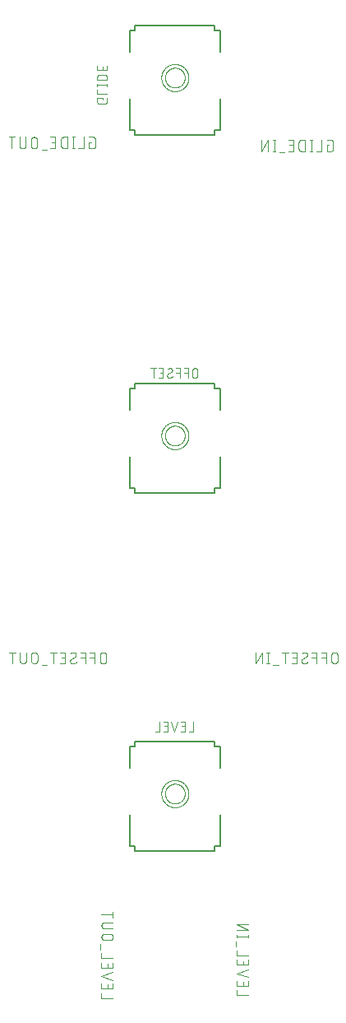
<source format=gbo>
G04 EAGLE Gerber RS-274X export*
G75*
%MOMM*%
%FSLAX34Y34*%
%LPD*%
%INSilkscreen Bottom*%
%IPPOS*%
%AMOC8*
5,1,8,0,0,1.08239X$1,22.5*%
G01*
%ADD10C,0.101600*%
%ADD11C,0.050800*%
%ADD12C,0.203200*%
%ADD13C,0.076200*%


D10*
X91228Y899047D02*
X89281Y899047D01*
X89281Y892556D01*
X93176Y892556D01*
X93275Y892558D01*
X93375Y892564D01*
X93474Y892573D01*
X93572Y892586D01*
X93670Y892603D01*
X93768Y892624D01*
X93864Y892649D01*
X93959Y892677D01*
X94053Y892709D01*
X94146Y892744D01*
X94238Y892783D01*
X94328Y892826D01*
X94416Y892871D01*
X94503Y892921D01*
X94587Y892973D01*
X94670Y893029D01*
X94750Y893087D01*
X94828Y893149D01*
X94903Y893214D01*
X94976Y893282D01*
X95046Y893352D01*
X95114Y893425D01*
X95179Y893500D01*
X95241Y893578D01*
X95299Y893658D01*
X95355Y893741D01*
X95407Y893825D01*
X95457Y893912D01*
X95502Y894000D01*
X95545Y894090D01*
X95584Y894182D01*
X95619Y894275D01*
X95651Y894369D01*
X95679Y894464D01*
X95704Y894560D01*
X95725Y894658D01*
X95742Y894756D01*
X95755Y894854D01*
X95764Y894953D01*
X95770Y895053D01*
X95772Y895152D01*
X95772Y901644D01*
X95770Y901743D01*
X95764Y901843D01*
X95755Y901942D01*
X95742Y902040D01*
X95725Y902138D01*
X95704Y902236D01*
X95679Y902332D01*
X95651Y902427D01*
X95619Y902521D01*
X95584Y902614D01*
X95545Y902706D01*
X95502Y902796D01*
X95457Y902884D01*
X95407Y902971D01*
X95355Y903055D01*
X95299Y903138D01*
X95241Y903218D01*
X95179Y903296D01*
X95114Y903371D01*
X95046Y903444D01*
X94976Y903514D01*
X94903Y903582D01*
X94828Y903647D01*
X94750Y903709D01*
X94670Y903767D01*
X94587Y903823D01*
X94503Y903875D01*
X94416Y903925D01*
X94328Y903970D01*
X94238Y904013D01*
X94146Y904052D01*
X94053Y904087D01*
X93959Y904119D01*
X93864Y904147D01*
X93768Y904172D01*
X93670Y904193D01*
X93572Y904210D01*
X93474Y904223D01*
X93375Y904232D01*
X93275Y904238D01*
X93176Y904240D01*
X89281Y904240D01*
X83557Y904240D02*
X83557Y892556D01*
X78365Y892556D01*
X73095Y892556D02*
X73095Y904240D01*
X74394Y892556D02*
X71797Y892556D01*
X71797Y904240D02*
X74394Y904240D01*
X66816Y904240D02*
X66816Y892556D01*
X66816Y904240D02*
X63570Y904240D01*
X63457Y904238D01*
X63344Y904232D01*
X63231Y904222D01*
X63118Y904208D01*
X63006Y904191D01*
X62895Y904169D01*
X62785Y904144D01*
X62675Y904114D01*
X62567Y904081D01*
X62460Y904044D01*
X62354Y904004D01*
X62250Y903959D01*
X62147Y903911D01*
X62046Y903860D01*
X61947Y903805D01*
X61850Y903747D01*
X61755Y903685D01*
X61662Y903620D01*
X61572Y903552D01*
X61484Y903481D01*
X61398Y903406D01*
X61315Y903329D01*
X61235Y903249D01*
X61158Y903166D01*
X61083Y903080D01*
X61012Y902992D01*
X60944Y902902D01*
X60879Y902809D01*
X60817Y902714D01*
X60759Y902617D01*
X60704Y902518D01*
X60653Y902417D01*
X60605Y902314D01*
X60560Y902210D01*
X60520Y902104D01*
X60483Y901997D01*
X60450Y901889D01*
X60420Y901779D01*
X60395Y901669D01*
X60373Y901558D01*
X60356Y901446D01*
X60342Y901333D01*
X60332Y901220D01*
X60326Y901107D01*
X60324Y900994D01*
X60325Y900994D02*
X60325Y895802D01*
X60324Y895802D02*
X60326Y895689D01*
X60332Y895576D01*
X60342Y895463D01*
X60356Y895350D01*
X60373Y895238D01*
X60395Y895127D01*
X60420Y895017D01*
X60450Y894907D01*
X60483Y894799D01*
X60520Y894692D01*
X60560Y894586D01*
X60605Y894482D01*
X60653Y894379D01*
X60704Y894278D01*
X60759Y894179D01*
X60817Y894082D01*
X60879Y893987D01*
X60944Y893894D01*
X61012Y893804D01*
X61083Y893716D01*
X61158Y893630D01*
X61235Y893547D01*
X61315Y893467D01*
X61398Y893390D01*
X61484Y893315D01*
X61572Y893244D01*
X61662Y893176D01*
X61755Y893111D01*
X61850Y893049D01*
X61947Y892991D01*
X62046Y892936D01*
X62147Y892885D01*
X62250Y892837D01*
X62354Y892792D01*
X62460Y892752D01*
X62567Y892715D01*
X62675Y892682D01*
X62785Y892652D01*
X62895Y892627D01*
X63006Y892605D01*
X63118Y892588D01*
X63231Y892574D01*
X63344Y892564D01*
X63457Y892558D01*
X63570Y892556D01*
X66816Y892556D01*
X54601Y892556D02*
X49409Y892556D01*
X54601Y892556D02*
X54601Y904240D01*
X49409Y904240D01*
X50707Y899047D02*
X54601Y899047D01*
X45593Y891258D02*
X40400Y891258D01*
X35955Y895802D02*
X35955Y900994D01*
X35953Y901107D01*
X35947Y901220D01*
X35937Y901333D01*
X35923Y901446D01*
X35906Y901558D01*
X35884Y901669D01*
X35859Y901779D01*
X35829Y901889D01*
X35796Y901997D01*
X35759Y902104D01*
X35719Y902210D01*
X35674Y902314D01*
X35626Y902417D01*
X35575Y902518D01*
X35520Y902617D01*
X35462Y902714D01*
X35400Y902809D01*
X35335Y902902D01*
X35267Y902992D01*
X35196Y903080D01*
X35121Y903166D01*
X35044Y903249D01*
X34964Y903329D01*
X34881Y903406D01*
X34795Y903481D01*
X34707Y903552D01*
X34617Y903620D01*
X34524Y903685D01*
X34429Y903747D01*
X34332Y903805D01*
X34233Y903860D01*
X34132Y903911D01*
X34029Y903959D01*
X33925Y904004D01*
X33819Y904044D01*
X33712Y904081D01*
X33604Y904114D01*
X33494Y904144D01*
X33384Y904169D01*
X33273Y904191D01*
X33161Y904208D01*
X33048Y904222D01*
X32935Y904232D01*
X32822Y904238D01*
X32709Y904240D01*
X32596Y904238D01*
X32483Y904232D01*
X32370Y904222D01*
X32257Y904208D01*
X32145Y904191D01*
X32034Y904169D01*
X31924Y904144D01*
X31814Y904114D01*
X31706Y904081D01*
X31599Y904044D01*
X31493Y904004D01*
X31389Y903959D01*
X31286Y903911D01*
X31185Y903860D01*
X31086Y903805D01*
X30989Y903747D01*
X30894Y903685D01*
X30801Y903620D01*
X30711Y903552D01*
X30623Y903481D01*
X30537Y903406D01*
X30454Y903329D01*
X30374Y903249D01*
X30297Y903166D01*
X30222Y903080D01*
X30151Y902992D01*
X30083Y902902D01*
X30018Y902809D01*
X29956Y902714D01*
X29898Y902617D01*
X29843Y902518D01*
X29792Y902417D01*
X29744Y902314D01*
X29699Y902210D01*
X29659Y902104D01*
X29622Y901997D01*
X29589Y901889D01*
X29559Y901779D01*
X29534Y901669D01*
X29512Y901558D01*
X29495Y901446D01*
X29481Y901333D01*
X29471Y901220D01*
X29465Y901107D01*
X29463Y900994D01*
X29464Y900994D02*
X29464Y895802D01*
X29463Y895802D02*
X29465Y895689D01*
X29471Y895576D01*
X29481Y895463D01*
X29495Y895350D01*
X29512Y895238D01*
X29534Y895127D01*
X29559Y895017D01*
X29589Y894907D01*
X29622Y894799D01*
X29659Y894692D01*
X29699Y894586D01*
X29744Y894482D01*
X29792Y894379D01*
X29843Y894278D01*
X29898Y894179D01*
X29956Y894082D01*
X30018Y893987D01*
X30083Y893894D01*
X30151Y893804D01*
X30222Y893716D01*
X30297Y893630D01*
X30374Y893547D01*
X30454Y893467D01*
X30537Y893390D01*
X30623Y893315D01*
X30711Y893244D01*
X30801Y893176D01*
X30894Y893111D01*
X30989Y893049D01*
X31086Y892991D01*
X31185Y892936D01*
X31286Y892885D01*
X31389Y892837D01*
X31493Y892792D01*
X31599Y892752D01*
X31706Y892715D01*
X31814Y892682D01*
X31924Y892652D01*
X32034Y892627D01*
X32145Y892605D01*
X32257Y892588D01*
X32370Y892574D01*
X32483Y892564D01*
X32596Y892558D01*
X32709Y892556D01*
X32822Y892558D01*
X32935Y892564D01*
X33048Y892574D01*
X33161Y892588D01*
X33273Y892605D01*
X33384Y892627D01*
X33494Y892652D01*
X33604Y892682D01*
X33712Y892715D01*
X33819Y892752D01*
X33925Y892792D01*
X34029Y892837D01*
X34132Y892885D01*
X34233Y892936D01*
X34332Y892991D01*
X34429Y893049D01*
X34524Y893111D01*
X34617Y893176D01*
X34707Y893244D01*
X34795Y893315D01*
X34881Y893390D01*
X34964Y893467D01*
X35044Y893547D01*
X35121Y893630D01*
X35196Y893716D01*
X35267Y893804D01*
X35335Y893894D01*
X35400Y893987D01*
X35462Y894082D01*
X35520Y894179D01*
X35575Y894278D01*
X35626Y894379D01*
X35674Y894482D01*
X35719Y894586D01*
X35759Y894692D01*
X35796Y894799D01*
X35829Y894907D01*
X35859Y895017D01*
X35884Y895127D01*
X35906Y895238D01*
X35923Y895350D01*
X35937Y895463D01*
X35947Y895576D01*
X35953Y895689D01*
X35955Y895802D01*
X24144Y895802D02*
X24144Y904240D01*
X24145Y895802D02*
X24143Y895689D01*
X24137Y895576D01*
X24127Y895463D01*
X24113Y895350D01*
X24096Y895238D01*
X24074Y895127D01*
X24049Y895017D01*
X24019Y894907D01*
X23986Y894799D01*
X23949Y894692D01*
X23909Y894586D01*
X23864Y894482D01*
X23816Y894379D01*
X23765Y894278D01*
X23710Y894179D01*
X23652Y894082D01*
X23590Y893987D01*
X23525Y893894D01*
X23457Y893804D01*
X23386Y893716D01*
X23311Y893630D01*
X23234Y893547D01*
X23154Y893467D01*
X23071Y893390D01*
X22985Y893315D01*
X22897Y893244D01*
X22807Y893176D01*
X22714Y893111D01*
X22619Y893049D01*
X22522Y892991D01*
X22423Y892936D01*
X22322Y892885D01*
X22219Y892837D01*
X22115Y892792D01*
X22009Y892752D01*
X21902Y892715D01*
X21794Y892682D01*
X21684Y892652D01*
X21574Y892627D01*
X21463Y892605D01*
X21351Y892588D01*
X21238Y892574D01*
X21125Y892564D01*
X21012Y892558D01*
X20899Y892556D01*
X20786Y892558D01*
X20673Y892564D01*
X20560Y892574D01*
X20447Y892588D01*
X20335Y892605D01*
X20224Y892627D01*
X20114Y892652D01*
X20004Y892682D01*
X19896Y892715D01*
X19789Y892752D01*
X19683Y892792D01*
X19579Y892837D01*
X19476Y892885D01*
X19375Y892936D01*
X19276Y892991D01*
X19179Y893049D01*
X19084Y893111D01*
X18991Y893176D01*
X18901Y893244D01*
X18813Y893315D01*
X18727Y893390D01*
X18644Y893467D01*
X18564Y893547D01*
X18487Y893630D01*
X18412Y893716D01*
X18341Y893804D01*
X18273Y893894D01*
X18208Y893987D01*
X18146Y894082D01*
X18088Y894179D01*
X18033Y894278D01*
X17982Y894379D01*
X17934Y894482D01*
X17889Y894586D01*
X17849Y894692D01*
X17812Y894799D01*
X17779Y894907D01*
X17749Y895017D01*
X17724Y895127D01*
X17702Y895238D01*
X17685Y895350D01*
X17671Y895463D01*
X17661Y895576D01*
X17655Y895689D01*
X17653Y895802D01*
X17653Y904240D01*
X9850Y904240D02*
X9850Y892556D01*
X13095Y904240D02*
X6604Y904240D01*
X102108Y18297D02*
X113792Y18297D01*
X102108Y18297D02*
X102108Y23489D01*
X102108Y28203D02*
X102108Y33395D01*
X102108Y28203D02*
X113792Y28203D01*
X113792Y33395D01*
X108599Y32097D02*
X108599Y28203D01*
X113792Y37056D02*
X102108Y40951D01*
X113792Y44845D01*
X102108Y49539D02*
X102108Y54731D01*
X102108Y49539D02*
X113792Y49539D01*
X113792Y54731D01*
X108599Y53433D02*
X108599Y49539D01*
X113792Y59445D02*
X102108Y59445D01*
X102108Y64637D01*
X100810Y68453D02*
X100810Y73646D01*
X105354Y78091D02*
X110546Y78091D01*
X110659Y78093D01*
X110772Y78099D01*
X110885Y78109D01*
X110998Y78123D01*
X111110Y78140D01*
X111221Y78162D01*
X111331Y78187D01*
X111441Y78217D01*
X111549Y78250D01*
X111656Y78287D01*
X111762Y78327D01*
X111866Y78372D01*
X111969Y78420D01*
X112070Y78471D01*
X112169Y78526D01*
X112266Y78584D01*
X112361Y78646D01*
X112454Y78711D01*
X112544Y78779D01*
X112632Y78850D01*
X112718Y78925D01*
X112801Y79002D01*
X112881Y79082D01*
X112958Y79165D01*
X113033Y79251D01*
X113104Y79339D01*
X113172Y79429D01*
X113237Y79522D01*
X113299Y79617D01*
X113357Y79714D01*
X113412Y79813D01*
X113463Y79914D01*
X113511Y80017D01*
X113556Y80121D01*
X113596Y80227D01*
X113633Y80334D01*
X113666Y80442D01*
X113696Y80552D01*
X113721Y80662D01*
X113743Y80773D01*
X113760Y80885D01*
X113774Y80998D01*
X113784Y81111D01*
X113790Y81224D01*
X113792Y81337D01*
X113790Y81450D01*
X113784Y81563D01*
X113774Y81676D01*
X113760Y81789D01*
X113743Y81901D01*
X113721Y82012D01*
X113696Y82122D01*
X113666Y82232D01*
X113633Y82340D01*
X113596Y82447D01*
X113556Y82553D01*
X113511Y82657D01*
X113463Y82760D01*
X113412Y82861D01*
X113357Y82960D01*
X113299Y83057D01*
X113237Y83152D01*
X113172Y83245D01*
X113104Y83335D01*
X113033Y83423D01*
X112958Y83509D01*
X112881Y83592D01*
X112801Y83672D01*
X112718Y83749D01*
X112632Y83824D01*
X112544Y83895D01*
X112454Y83963D01*
X112361Y84028D01*
X112266Y84090D01*
X112169Y84148D01*
X112070Y84203D01*
X111969Y84254D01*
X111866Y84302D01*
X111762Y84347D01*
X111656Y84387D01*
X111549Y84424D01*
X111441Y84457D01*
X111331Y84487D01*
X111221Y84512D01*
X111110Y84534D01*
X110998Y84551D01*
X110885Y84565D01*
X110772Y84575D01*
X110659Y84581D01*
X110546Y84583D01*
X110546Y84582D02*
X105354Y84582D01*
X105354Y84583D02*
X105241Y84581D01*
X105128Y84575D01*
X105015Y84565D01*
X104902Y84551D01*
X104790Y84534D01*
X104679Y84512D01*
X104569Y84487D01*
X104459Y84457D01*
X104351Y84424D01*
X104244Y84387D01*
X104138Y84347D01*
X104034Y84302D01*
X103931Y84254D01*
X103830Y84203D01*
X103731Y84148D01*
X103634Y84090D01*
X103539Y84028D01*
X103446Y83963D01*
X103356Y83895D01*
X103268Y83824D01*
X103182Y83749D01*
X103099Y83672D01*
X103019Y83592D01*
X102942Y83509D01*
X102867Y83423D01*
X102796Y83335D01*
X102728Y83245D01*
X102663Y83152D01*
X102601Y83057D01*
X102543Y82960D01*
X102488Y82861D01*
X102437Y82760D01*
X102389Y82657D01*
X102344Y82553D01*
X102304Y82447D01*
X102267Y82340D01*
X102234Y82232D01*
X102204Y82122D01*
X102179Y82012D01*
X102157Y81901D01*
X102140Y81789D01*
X102126Y81676D01*
X102116Y81563D01*
X102110Y81450D01*
X102108Y81337D01*
X102110Y81224D01*
X102116Y81111D01*
X102126Y80998D01*
X102140Y80885D01*
X102157Y80773D01*
X102179Y80662D01*
X102204Y80552D01*
X102234Y80442D01*
X102267Y80334D01*
X102304Y80227D01*
X102344Y80121D01*
X102389Y80017D01*
X102437Y79914D01*
X102488Y79813D01*
X102543Y79714D01*
X102601Y79617D01*
X102663Y79522D01*
X102728Y79429D01*
X102796Y79339D01*
X102867Y79251D01*
X102942Y79165D01*
X103019Y79082D01*
X103099Y79002D01*
X103182Y78925D01*
X103268Y78850D01*
X103356Y78779D01*
X103446Y78711D01*
X103539Y78646D01*
X103634Y78584D01*
X103731Y78526D01*
X103830Y78471D01*
X103931Y78420D01*
X104034Y78372D01*
X104138Y78327D01*
X104244Y78287D01*
X104351Y78250D01*
X104459Y78217D01*
X104569Y78187D01*
X104679Y78162D01*
X104790Y78140D01*
X104902Y78123D01*
X105015Y78109D01*
X105128Y78099D01*
X105241Y78093D01*
X105354Y78091D01*
X105354Y89902D02*
X113792Y89902D01*
X105354Y89901D02*
X105241Y89903D01*
X105128Y89909D01*
X105015Y89919D01*
X104902Y89933D01*
X104790Y89950D01*
X104679Y89972D01*
X104569Y89997D01*
X104459Y90027D01*
X104351Y90060D01*
X104244Y90097D01*
X104138Y90137D01*
X104034Y90182D01*
X103931Y90230D01*
X103830Y90281D01*
X103731Y90336D01*
X103634Y90394D01*
X103539Y90456D01*
X103446Y90521D01*
X103356Y90589D01*
X103268Y90660D01*
X103182Y90735D01*
X103099Y90812D01*
X103019Y90892D01*
X102942Y90975D01*
X102867Y91061D01*
X102796Y91149D01*
X102728Y91239D01*
X102663Y91332D01*
X102601Y91427D01*
X102543Y91524D01*
X102488Y91623D01*
X102437Y91724D01*
X102389Y91827D01*
X102344Y91931D01*
X102304Y92037D01*
X102267Y92144D01*
X102234Y92252D01*
X102204Y92362D01*
X102179Y92472D01*
X102157Y92583D01*
X102140Y92695D01*
X102126Y92808D01*
X102116Y92921D01*
X102110Y93034D01*
X102108Y93147D01*
X102110Y93260D01*
X102116Y93373D01*
X102126Y93486D01*
X102140Y93599D01*
X102157Y93711D01*
X102179Y93822D01*
X102204Y93932D01*
X102234Y94042D01*
X102267Y94150D01*
X102304Y94257D01*
X102344Y94363D01*
X102389Y94467D01*
X102437Y94570D01*
X102488Y94671D01*
X102543Y94770D01*
X102601Y94867D01*
X102663Y94962D01*
X102728Y95055D01*
X102796Y95145D01*
X102867Y95233D01*
X102942Y95319D01*
X103019Y95402D01*
X103099Y95482D01*
X103182Y95559D01*
X103268Y95634D01*
X103356Y95705D01*
X103446Y95773D01*
X103539Y95838D01*
X103634Y95900D01*
X103731Y95958D01*
X103830Y96013D01*
X103931Y96064D01*
X104034Y96112D01*
X104138Y96157D01*
X104244Y96197D01*
X104351Y96234D01*
X104459Y96267D01*
X104569Y96297D01*
X104679Y96322D01*
X104790Y96344D01*
X104902Y96361D01*
X105015Y96375D01*
X105128Y96385D01*
X105241Y96391D01*
X105354Y96393D01*
X113792Y96393D01*
X113792Y104196D02*
X102108Y104196D01*
X113792Y100951D02*
X113792Y107442D01*
X334264Y895999D02*
X336211Y895999D01*
X334264Y895999D02*
X334264Y889508D01*
X338159Y889508D01*
X338258Y889510D01*
X338358Y889516D01*
X338457Y889525D01*
X338555Y889538D01*
X338653Y889555D01*
X338751Y889576D01*
X338847Y889601D01*
X338942Y889629D01*
X339036Y889661D01*
X339129Y889696D01*
X339221Y889735D01*
X339311Y889778D01*
X339399Y889823D01*
X339486Y889873D01*
X339570Y889925D01*
X339653Y889981D01*
X339733Y890039D01*
X339811Y890101D01*
X339886Y890166D01*
X339959Y890234D01*
X340029Y890304D01*
X340097Y890377D01*
X340162Y890452D01*
X340224Y890530D01*
X340282Y890610D01*
X340338Y890693D01*
X340390Y890777D01*
X340440Y890864D01*
X340485Y890952D01*
X340528Y891042D01*
X340567Y891134D01*
X340602Y891227D01*
X340634Y891321D01*
X340662Y891416D01*
X340687Y891512D01*
X340708Y891610D01*
X340725Y891708D01*
X340738Y891806D01*
X340747Y891905D01*
X340753Y892005D01*
X340755Y892104D01*
X340755Y898596D01*
X340753Y898695D01*
X340747Y898795D01*
X340738Y898894D01*
X340725Y898992D01*
X340708Y899090D01*
X340687Y899188D01*
X340662Y899284D01*
X340634Y899379D01*
X340602Y899473D01*
X340567Y899566D01*
X340528Y899658D01*
X340485Y899748D01*
X340440Y899836D01*
X340390Y899923D01*
X340338Y900007D01*
X340282Y900090D01*
X340224Y900170D01*
X340162Y900248D01*
X340097Y900323D01*
X340029Y900396D01*
X339959Y900466D01*
X339886Y900534D01*
X339811Y900599D01*
X339733Y900661D01*
X339653Y900719D01*
X339570Y900775D01*
X339486Y900827D01*
X339399Y900877D01*
X339311Y900922D01*
X339221Y900965D01*
X339129Y901004D01*
X339036Y901039D01*
X338942Y901071D01*
X338847Y901099D01*
X338751Y901124D01*
X338653Y901145D01*
X338555Y901162D01*
X338457Y901175D01*
X338358Y901184D01*
X338258Y901190D01*
X338159Y901192D01*
X334264Y901192D01*
X328540Y901192D02*
X328540Y889508D01*
X323348Y889508D01*
X318079Y889508D02*
X318079Y901192D01*
X319377Y889508D02*
X316780Y889508D01*
X316780Y901192D02*
X319377Y901192D01*
X311799Y901192D02*
X311799Y889508D01*
X311799Y901192D02*
X308554Y901192D01*
X308441Y901190D01*
X308328Y901184D01*
X308215Y901174D01*
X308102Y901160D01*
X307990Y901143D01*
X307879Y901121D01*
X307769Y901096D01*
X307659Y901066D01*
X307551Y901033D01*
X307444Y900996D01*
X307338Y900956D01*
X307234Y900911D01*
X307131Y900863D01*
X307030Y900812D01*
X306931Y900757D01*
X306834Y900699D01*
X306739Y900637D01*
X306646Y900572D01*
X306556Y900504D01*
X306468Y900433D01*
X306382Y900358D01*
X306299Y900281D01*
X306219Y900201D01*
X306142Y900118D01*
X306067Y900032D01*
X305996Y899944D01*
X305928Y899854D01*
X305863Y899761D01*
X305801Y899666D01*
X305743Y899569D01*
X305688Y899470D01*
X305637Y899369D01*
X305589Y899266D01*
X305544Y899162D01*
X305504Y899056D01*
X305467Y898949D01*
X305434Y898841D01*
X305404Y898731D01*
X305379Y898621D01*
X305357Y898510D01*
X305340Y898398D01*
X305326Y898285D01*
X305316Y898172D01*
X305310Y898059D01*
X305308Y897946D01*
X305308Y892754D01*
X305310Y892641D01*
X305316Y892528D01*
X305326Y892415D01*
X305340Y892302D01*
X305357Y892190D01*
X305379Y892079D01*
X305404Y891969D01*
X305434Y891859D01*
X305467Y891751D01*
X305504Y891644D01*
X305544Y891538D01*
X305589Y891434D01*
X305637Y891331D01*
X305688Y891230D01*
X305743Y891131D01*
X305801Y891034D01*
X305863Y890939D01*
X305928Y890846D01*
X305996Y890756D01*
X306067Y890668D01*
X306142Y890582D01*
X306219Y890499D01*
X306299Y890419D01*
X306382Y890342D01*
X306468Y890267D01*
X306556Y890196D01*
X306646Y890128D01*
X306739Y890063D01*
X306834Y890001D01*
X306931Y889943D01*
X307030Y889888D01*
X307131Y889837D01*
X307234Y889789D01*
X307338Y889744D01*
X307444Y889704D01*
X307551Y889667D01*
X307659Y889634D01*
X307769Y889604D01*
X307879Y889579D01*
X307990Y889557D01*
X308102Y889540D01*
X308215Y889526D01*
X308328Y889516D01*
X308441Y889510D01*
X308554Y889508D01*
X311799Y889508D01*
X299585Y889508D02*
X294392Y889508D01*
X299585Y889508D02*
X299585Y901192D01*
X294392Y901192D01*
X295690Y895999D02*
X299585Y895999D01*
X290576Y888210D02*
X285383Y888210D01*
X279979Y889508D02*
X279979Y901192D01*
X281277Y889508D02*
X278680Y889508D01*
X278680Y901192D02*
X281277Y901192D01*
X273699Y901192D02*
X273699Y889508D01*
X267208Y889508D02*
X273699Y901192D01*
X267208Y901192D02*
X267208Y889508D01*
X253492Y21218D02*
X241808Y21218D01*
X241808Y26410D01*
X241808Y31124D02*
X241808Y36316D01*
X241808Y31124D02*
X253492Y31124D01*
X253492Y36316D01*
X248299Y35018D02*
X248299Y31124D01*
X253492Y39977D02*
X241808Y43871D01*
X253492Y47766D01*
X241808Y52460D02*
X241808Y57652D01*
X241808Y52460D02*
X253492Y52460D01*
X253492Y57652D01*
X248299Y56354D02*
X248299Y52460D01*
X253492Y62366D02*
X241808Y62366D01*
X241808Y67558D01*
X240510Y71374D02*
X240510Y76567D01*
X241808Y81971D02*
X253492Y81971D01*
X241808Y80673D02*
X241808Y83270D01*
X253492Y83270D02*
X253492Y80673D01*
X253492Y88251D02*
X241808Y88251D01*
X241808Y94742D02*
X253492Y88251D01*
X253492Y94742D02*
X241808Y94742D01*
X107075Y365704D02*
X107075Y370896D01*
X107073Y371009D01*
X107067Y371122D01*
X107057Y371235D01*
X107043Y371348D01*
X107026Y371460D01*
X107004Y371571D01*
X106979Y371681D01*
X106949Y371791D01*
X106916Y371899D01*
X106879Y372006D01*
X106839Y372112D01*
X106794Y372216D01*
X106746Y372319D01*
X106695Y372420D01*
X106640Y372519D01*
X106582Y372616D01*
X106520Y372711D01*
X106455Y372804D01*
X106387Y372894D01*
X106316Y372982D01*
X106241Y373068D01*
X106164Y373151D01*
X106084Y373231D01*
X106001Y373308D01*
X105915Y373383D01*
X105827Y373454D01*
X105737Y373522D01*
X105644Y373587D01*
X105549Y373649D01*
X105452Y373707D01*
X105353Y373762D01*
X105252Y373813D01*
X105149Y373861D01*
X105045Y373906D01*
X104939Y373946D01*
X104832Y373983D01*
X104724Y374016D01*
X104614Y374046D01*
X104504Y374071D01*
X104393Y374093D01*
X104281Y374110D01*
X104168Y374124D01*
X104055Y374134D01*
X103942Y374140D01*
X103829Y374142D01*
X103716Y374140D01*
X103603Y374134D01*
X103490Y374124D01*
X103377Y374110D01*
X103265Y374093D01*
X103154Y374071D01*
X103044Y374046D01*
X102934Y374016D01*
X102826Y373983D01*
X102719Y373946D01*
X102613Y373906D01*
X102509Y373861D01*
X102406Y373813D01*
X102305Y373762D01*
X102206Y373707D01*
X102109Y373649D01*
X102014Y373587D01*
X101921Y373522D01*
X101831Y373454D01*
X101743Y373383D01*
X101657Y373308D01*
X101574Y373231D01*
X101494Y373151D01*
X101417Y373068D01*
X101342Y372982D01*
X101271Y372894D01*
X101203Y372804D01*
X101138Y372711D01*
X101076Y372616D01*
X101018Y372519D01*
X100963Y372420D01*
X100912Y372319D01*
X100864Y372216D01*
X100819Y372112D01*
X100779Y372006D01*
X100742Y371899D01*
X100709Y371791D01*
X100679Y371681D01*
X100654Y371571D01*
X100632Y371460D01*
X100615Y371348D01*
X100601Y371235D01*
X100591Y371122D01*
X100585Y371009D01*
X100583Y370896D01*
X100584Y370896D02*
X100584Y365704D01*
X100583Y365704D02*
X100585Y365591D01*
X100591Y365478D01*
X100601Y365365D01*
X100615Y365252D01*
X100632Y365140D01*
X100654Y365029D01*
X100679Y364919D01*
X100709Y364809D01*
X100742Y364701D01*
X100779Y364594D01*
X100819Y364488D01*
X100864Y364384D01*
X100912Y364281D01*
X100963Y364180D01*
X101018Y364081D01*
X101076Y363984D01*
X101138Y363889D01*
X101203Y363796D01*
X101271Y363706D01*
X101342Y363618D01*
X101417Y363532D01*
X101494Y363449D01*
X101574Y363369D01*
X101657Y363292D01*
X101743Y363217D01*
X101831Y363146D01*
X101921Y363078D01*
X102014Y363013D01*
X102109Y362951D01*
X102206Y362893D01*
X102305Y362838D01*
X102406Y362787D01*
X102509Y362739D01*
X102613Y362694D01*
X102719Y362654D01*
X102826Y362617D01*
X102934Y362584D01*
X103044Y362554D01*
X103154Y362529D01*
X103265Y362507D01*
X103377Y362490D01*
X103490Y362476D01*
X103603Y362466D01*
X103716Y362460D01*
X103829Y362458D01*
X103942Y362460D01*
X104055Y362466D01*
X104168Y362476D01*
X104281Y362490D01*
X104393Y362507D01*
X104504Y362529D01*
X104614Y362554D01*
X104724Y362584D01*
X104832Y362617D01*
X104939Y362654D01*
X105045Y362694D01*
X105149Y362739D01*
X105252Y362787D01*
X105353Y362838D01*
X105452Y362893D01*
X105549Y362951D01*
X105644Y363013D01*
X105737Y363078D01*
X105827Y363146D01*
X105915Y363217D01*
X106001Y363292D01*
X106084Y363369D01*
X106164Y363449D01*
X106241Y363532D01*
X106316Y363618D01*
X106387Y363706D01*
X106455Y363796D01*
X106520Y363889D01*
X106582Y363984D01*
X106640Y364081D01*
X106695Y364180D01*
X106746Y364281D01*
X106794Y364384D01*
X106839Y364488D01*
X106879Y364594D01*
X106916Y364701D01*
X106949Y364809D01*
X106979Y364919D01*
X107004Y365029D01*
X107026Y365140D01*
X107043Y365252D01*
X107057Y365365D01*
X107067Y365478D01*
X107073Y365591D01*
X107075Y365704D01*
X95241Y362458D02*
X95241Y374142D01*
X90049Y374142D01*
X90049Y368949D02*
X95241Y368949D01*
X85335Y374142D02*
X85335Y362458D01*
X85335Y374142D02*
X80143Y374142D01*
X80143Y368949D02*
X85335Y368949D01*
X72319Y362458D02*
X72220Y362460D01*
X72120Y362466D01*
X72021Y362475D01*
X71923Y362488D01*
X71825Y362505D01*
X71727Y362526D01*
X71631Y362551D01*
X71536Y362579D01*
X71442Y362611D01*
X71349Y362646D01*
X71257Y362685D01*
X71167Y362728D01*
X71079Y362773D01*
X70992Y362823D01*
X70908Y362875D01*
X70825Y362931D01*
X70745Y362989D01*
X70667Y363051D01*
X70592Y363116D01*
X70519Y363184D01*
X70449Y363254D01*
X70381Y363327D01*
X70316Y363402D01*
X70254Y363480D01*
X70196Y363560D01*
X70140Y363643D01*
X70088Y363727D01*
X70038Y363814D01*
X69993Y363902D01*
X69950Y363992D01*
X69911Y364084D01*
X69876Y364177D01*
X69844Y364271D01*
X69816Y364366D01*
X69791Y364462D01*
X69770Y364560D01*
X69753Y364658D01*
X69740Y364756D01*
X69731Y364855D01*
X69725Y364955D01*
X69723Y365054D01*
X72319Y362458D02*
X72463Y362460D01*
X72608Y362466D01*
X72752Y362475D01*
X72895Y362488D01*
X73039Y362505D01*
X73182Y362526D01*
X73324Y362551D01*
X73465Y362579D01*
X73606Y362611D01*
X73746Y362647D01*
X73885Y362686D01*
X74023Y362729D01*
X74159Y362776D01*
X74295Y362826D01*
X74429Y362880D01*
X74561Y362937D01*
X74692Y362998D01*
X74821Y363062D01*
X74949Y363130D01*
X75075Y363201D01*
X75199Y363275D01*
X75320Y363352D01*
X75440Y363433D01*
X75558Y363516D01*
X75673Y363603D01*
X75786Y363693D01*
X75897Y363786D01*
X76005Y363881D01*
X76111Y363980D01*
X76214Y364081D01*
X75889Y371546D02*
X75887Y371645D01*
X75881Y371745D01*
X75872Y371844D01*
X75859Y371942D01*
X75842Y372040D01*
X75821Y372138D01*
X75796Y372234D01*
X75768Y372329D01*
X75736Y372423D01*
X75701Y372516D01*
X75662Y372608D01*
X75619Y372698D01*
X75574Y372786D01*
X75524Y372873D01*
X75472Y372957D01*
X75416Y373040D01*
X75358Y373120D01*
X75296Y373198D01*
X75231Y373273D01*
X75163Y373346D01*
X75093Y373416D01*
X75020Y373484D01*
X74945Y373549D01*
X74867Y373611D01*
X74787Y373669D01*
X74704Y373725D01*
X74620Y373777D01*
X74533Y373827D01*
X74445Y373872D01*
X74355Y373915D01*
X74263Y373954D01*
X74170Y373989D01*
X74076Y374021D01*
X73981Y374049D01*
X73885Y374074D01*
X73787Y374095D01*
X73689Y374112D01*
X73591Y374125D01*
X73492Y374134D01*
X73392Y374140D01*
X73293Y374142D01*
X73157Y374140D01*
X73021Y374134D01*
X72885Y374125D01*
X72749Y374112D01*
X72614Y374094D01*
X72480Y374074D01*
X72346Y374049D01*
X72212Y374021D01*
X72080Y373988D01*
X71949Y373953D01*
X71818Y373913D01*
X71689Y373870D01*
X71561Y373824D01*
X71435Y373773D01*
X71309Y373720D01*
X71186Y373662D01*
X71064Y373602D01*
X70944Y373538D01*
X70825Y373470D01*
X70709Y373400D01*
X70595Y373326D01*
X70482Y373249D01*
X70372Y373168D01*
X74591Y369274D02*
X74677Y369327D01*
X74761Y369384D01*
X74843Y369443D01*
X74923Y369506D01*
X75000Y369572D01*
X75075Y369640D01*
X75147Y369712D01*
X75216Y369786D01*
X75282Y369863D01*
X75345Y369942D01*
X75405Y370024D01*
X75462Y370108D01*
X75516Y370194D01*
X75566Y370282D01*
X75613Y370372D01*
X75657Y370463D01*
X75696Y370557D01*
X75733Y370651D01*
X75765Y370747D01*
X75794Y370845D01*
X75819Y370943D01*
X75840Y371042D01*
X75858Y371142D01*
X75871Y371242D01*
X75881Y371343D01*
X75887Y371445D01*
X75889Y371546D01*
X71021Y367326D02*
X70935Y367273D01*
X70851Y367216D01*
X70769Y367157D01*
X70689Y367094D01*
X70612Y367028D01*
X70537Y366960D01*
X70465Y366888D01*
X70396Y366814D01*
X70330Y366737D01*
X70267Y366658D01*
X70207Y366576D01*
X70150Y366492D01*
X70096Y366406D01*
X70046Y366318D01*
X69999Y366228D01*
X69955Y366137D01*
X69916Y366043D01*
X69879Y365949D01*
X69847Y365853D01*
X69818Y365755D01*
X69793Y365657D01*
X69772Y365558D01*
X69754Y365458D01*
X69741Y365358D01*
X69731Y365257D01*
X69725Y365155D01*
X69723Y365054D01*
X71021Y367326D02*
X74591Y369274D01*
X64761Y362458D02*
X59569Y362458D01*
X64761Y362458D02*
X64761Y374142D01*
X59569Y374142D01*
X60867Y368949D02*
X64761Y368949D01*
X52775Y374142D02*
X52775Y362458D01*
X56021Y374142D02*
X49530Y374142D01*
X45847Y361160D02*
X40654Y361160D01*
X36209Y365704D02*
X36209Y370896D01*
X36207Y371009D01*
X36201Y371122D01*
X36191Y371235D01*
X36177Y371348D01*
X36160Y371460D01*
X36138Y371571D01*
X36113Y371681D01*
X36083Y371791D01*
X36050Y371899D01*
X36013Y372006D01*
X35973Y372112D01*
X35928Y372216D01*
X35880Y372319D01*
X35829Y372420D01*
X35774Y372519D01*
X35716Y372616D01*
X35654Y372711D01*
X35589Y372804D01*
X35521Y372894D01*
X35450Y372982D01*
X35375Y373068D01*
X35298Y373151D01*
X35218Y373231D01*
X35135Y373308D01*
X35049Y373383D01*
X34961Y373454D01*
X34871Y373522D01*
X34778Y373587D01*
X34683Y373649D01*
X34586Y373707D01*
X34487Y373762D01*
X34386Y373813D01*
X34283Y373861D01*
X34179Y373906D01*
X34073Y373946D01*
X33966Y373983D01*
X33858Y374016D01*
X33748Y374046D01*
X33638Y374071D01*
X33527Y374093D01*
X33415Y374110D01*
X33302Y374124D01*
X33189Y374134D01*
X33076Y374140D01*
X32963Y374142D01*
X32850Y374140D01*
X32737Y374134D01*
X32624Y374124D01*
X32511Y374110D01*
X32399Y374093D01*
X32288Y374071D01*
X32178Y374046D01*
X32068Y374016D01*
X31960Y373983D01*
X31853Y373946D01*
X31747Y373906D01*
X31643Y373861D01*
X31540Y373813D01*
X31439Y373762D01*
X31340Y373707D01*
X31243Y373649D01*
X31148Y373587D01*
X31055Y373522D01*
X30965Y373454D01*
X30877Y373383D01*
X30791Y373308D01*
X30708Y373231D01*
X30628Y373151D01*
X30551Y373068D01*
X30476Y372982D01*
X30405Y372894D01*
X30337Y372804D01*
X30272Y372711D01*
X30210Y372616D01*
X30152Y372519D01*
X30097Y372420D01*
X30046Y372319D01*
X29998Y372216D01*
X29953Y372112D01*
X29913Y372006D01*
X29876Y371899D01*
X29843Y371791D01*
X29813Y371681D01*
X29788Y371571D01*
X29766Y371460D01*
X29749Y371348D01*
X29735Y371235D01*
X29725Y371122D01*
X29719Y371009D01*
X29717Y370896D01*
X29718Y370896D02*
X29718Y365704D01*
X29717Y365704D02*
X29719Y365591D01*
X29725Y365478D01*
X29735Y365365D01*
X29749Y365252D01*
X29766Y365140D01*
X29788Y365029D01*
X29813Y364919D01*
X29843Y364809D01*
X29876Y364701D01*
X29913Y364594D01*
X29953Y364488D01*
X29998Y364384D01*
X30046Y364281D01*
X30097Y364180D01*
X30152Y364081D01*
X30210Y363984D01*
X30272Y363889D01*
X30337Y363796D01*
X30405Y363706D01*
X30476Y363618D01*
X30551Y363532D01*
X30628Y363449D01*
X30708Y363369D01*
X30791Y363292D01*
X30877Y363217D01*
X30965Y363146D01*
X31055Y363078D01*
X31148Y363013D01*
X31243Y362951D01*
X31340Y362893D01*
X31439Y362838D01*
X31540Y362787D01*
X31643Y362739D01*
X31747Y362694D01*
X31853Y362654D01*
X31960Y362617D01*
X32068Y362584D01*
X32178Y362554D01*
X32288Y362529D01*
X32399Y362507D01*
X32511Y362490D01*
X32624Y362476D01*
X32737Y362466D01*
X32850Y362460D01*
X32963Y362458D01*
X33076Y362460D01*
X33189Y362466D01*
X33302Y362476D01*
X33415Y362490D01*
X33527Y362507D01*
X33638Y362529D01*
X33748Y362554D01*
X33858Y362584D01*
X33966Y362617D01*
X34073Y362654D01*
X34179Y362694D01*
X34283Y362739D01*
X34386Y362787D01*
X34487Y362838D01*
X34586Y362893D01*
X34683Y362951D01*
X34778Y363013D01*
X34871Y363078D01*
X34961Y363146D01*
X35049Y363217D01*
X35135Y363292D01*
X35218Y363369D01*
X35298Y363449D01*
X35375Y363532D01*
X35450Y363618D01*
X35521Y363706D01*
X35589Y363796D01*
X35654Y363889D01*
X35716Y363984D01*
X35774Y364081D01*
X35829Y364180D01*
X35880Y364281D01*
X35928Y364384D01*
X35973Y364488D01*
X36013Y364594D01*
X36050Y364701D01*
X36083Y364809D01*
X36113Y364919D01*
X36138Y365029D01*
X36160Y365140D01*
X36177Y365252D01*
X36191Y365365D01*
X36201Y365478D01*
X36207Y365591D01*
X36209Y365704D01*
X24398Y365704D02*
X24398Y374142D01*
X24399Y365704D02*
X24397Y365591D01*
X24391Y365478D01*
X24381Y365365D01*
X24367Y365252D01*
X24350Y365140D01*
X24328Y365029D01*
X24303Y364919D01*
X24273Y364809D01*
X24240Y364701D01*
X24203Y364594D01*
X24163Y364488D01*
X24118Y364384D01*
X24070Y364281D01*
X24019Y364180D01*
X23964Y364081D01*
X23906Y363984D01*
X23844Y363889D01*
X23779Y363796D01*
X23711Y363706D01*
X23640Y363618D01*
X23565Y363532D01*
X23488Y363449D01*
X23408Y363369D01*
X23325Y363292D01*
X23239Y363217D01*
X23151Y363146D01*
X23061Y363078D01*
X22968Y363013D01*
X22873Y362951D01*
X22776Y362893D01*
X22677Y362838D01*
X22576Y362787D01*
X22473Y362739D01*
X22369Y362694D01*
X22263Y362654D01*
X22156Y362617D01*
X22048Y362584D01*
X21938Y362554D01*
X21828Y362529D01*
X21717Y362507D01*
X21605Y362490D01*
X21492Y362476D01*
X21379Y362466D01*
X21266Y362460D01*
X21153Y362458D01*
X21040Y362460D01*
X20927Y362466D01*
X20814Y362476D01*
X20701Y362490D01*
X20589Y362507D01*
X20478Y362529D01*
X20368Y362554D01*
X20258Y362584D01*
X20150Y362617D01*
X20043Y362654D01*
X19937Y362694D01*
X19833Y362739D01*
X19730Y362787D01*
X19629Y362838D01*
X19530Y362893D01*
X19433Y362951D01*
X19338Y363013D01*
X19245Y363078D01*
X19155Y363146D01*
X19067Y363217D01*
X18981Y363292D01*
X18898Y363369D01*
X18818Y363449D01*
X18741Y363532D01*
X18666Y363618D01*
X18595Y363706D01*
X18527Y363796D01*
X18462Y363889D01*
X18400Y363984D01*
X18342Y364081D01*
X18287Y364180D01*
X18236Y364281D01*
X18188Y364384D01*
X18143Y364488D01*
X18103Y364594D01*
X18066Y364701D01*
X18033Y364809D01*
X18003Y364919D01*
X17978Y365029D01*
X17956Y365140D01*
X17939Y365252D01*
X17925Y365365D01*
X17915Y365478D01*
X17909Y365591D01*
X17907Y365704D01*
X17907Y374142D01*
X10104Y374142D02*
X10104Y362458D01*
X13349Y374142D02*
X6858Y374142D01*
X345454Y370896D02*
X345454Y365704D01*
X345454Y370896D02*
X345452Y371009D01*
X345446Y371122D01*
X345436Y371235D01*
X345422Y371348D01*
X345405Y371460D01*
X345383Y371571D01*
X345358Y371681D01*
X345328Y371791D01*
X345295Y371899D01*
X345258Y372006D01*
X345218Y372112D01*
X345173Y372216D01*
X345125Y372319D01*
X345074Y372420D01*
X345019Y372519D01*
X344961Y372616D01*
X344899Y372711D01*
X344834Y372804D01*
X344766Y372894D01*
X344695Y372982D01*
X344620Y373068D01*
X344543Y373151D01*
X344463Y373231D01*
X344380Y373308D01*
X344294Y373383D01*
X344206Y373454D01*
X344116Y373522D01*
X344023Y373587D01*
X343928Y373649D01*
X343831Y373707D01*
X343732Y373762D01*
X343631Y373813D01*
X343528Y373861D01*
X343424Y373906D01*
X343318Y373946D01*
X343211Y373983D01*
X343103Y374016D01*
X342993Y374046D01*
X342883Y374071D01*
X342772Y374093D01*
X342660Y374110D01*
X342547Y374124D01*
X342434Y374134D01*
X342321Y374140D01*
X342208Y374142D01*
X342095Y374140D01*
X341982Y374134D01*
X341869Y374124D01*
X341756Y374110D01*
X341644Y374093D01*
X341533Y374071D01*
X341423Y374046D01*
X341313Y374016D01*
X341205Y373983D01*
X341098Y373946D01*
X340992Y373906D01*
X340888Y373861D01*
X340785Y373813D01*
X340684Y373762D01*
X340585Y373707D01*
X340488Y373649D01*
X340393Y373587D01*
X340300Y373522D01*
X340210Y373454D01*
X340122Y373383D01*
X340036Y373308D01*
X339953Y373231D01*
X339873Y373151D01*
X339796Y373068D01*
X339721Y372982D01*
X339650Y372894D01*
X339582Y372804D01*
X339517Y372711D01*
X339455Y372616D01*
X339397Y372519D01*
X339342Y372420D01*
X339291Y372319D01*
X339243Y372216D01*
X339198Y372112D01*
X339158Y372006D01*
X339121Y371899D01*
X339088Y371791D01*
X339058Y371681D01*
X339033Y371571D01*
X339011Y371460D01*
X338994Y371348D01*
X338980Y371235D01*
X338970Y371122D01*
X338964Y371009D01*
X338962Y370896D01*
X338963Y370896D02*
X338963Y365704D01*
X338962Y365704D02*
X338964Y365591D01*
X338970Y365478D01*
X338980Y365365D01*
X338994Y365252D01*
X339011Y365140D01*
X339033Y365029D01*
X339058Y364919D01*
X339088Y364809D01*
X339121Y364701D01*
X339158Y364594D01*
X339198Y364488D01*
X339243Y364384D01*
X339291Y364281D01*
X339342Y364180D01*
X339397Y364081D01*
X339455Y363984D01*
X339517Y363889D01*
X339582Y363796D01*
X339650Y363706D01*
X339721Y363618D01*
X339796Y363532D01*
X339873Y363449D01*
X339953Y363369D01*
X340036Y363292D01*
X340122Y363217D01*
X340210Y363146D01*
X340300Y363078D01*
X340393Y363013D01*
X340488Y362951D01*
X340585Y362893D01*
X340684Y362838D01*
X340785Y362787D01*
X340888Y362739D01*
X340992Y362694D01*
X341098Y362654D01*
X341205Y362617D01*
X341313Y362584D01*
X341423Y362554D01*
X341533Y362529D01*
X341644Y362507D01*
X341756Y362490D01*
X341869Y362476D01*
X341982Y362466D01*
X342095Y362460D01*
X342208Y362458D01*
X342321Y362460D01*
X342434Y362466D01*
X342547Y362476D01*
X342660Y362490D01*
X342772Y362507D01*
X342883Y362529D01*
X342993Y362554D01*
X343103Y362584D01*
X343211Y362617D01*
X343318Y362654D01*
X343424Y362694D01*
X343528Y362739D01*
X343631Y362787D01*
X343732Y362838D01*
X343831Y362893D01*
X343928Y362951D01*
X344023Y363013D01*
X344116Y363078D01*
X344206Y363146D01*
X344294Y363217D01*
X344380Y363292D01*
X344463Y363369D01*
X344543Y363449D01*
X344620Y363532D01*
X344695Y363618D01*
X344766Y363706D01*
X344834Y363796D01*
X344899Y363889D01*
X344961Y363984D01*
X345019Y364081D01*
X345074Y364180D01*
X345125Y364281D01*
X345173Y364384D01*
X345218Y364488D01*
X345258Y364594D01*
X345295Y364701D01*
X345328Y364809D01*
X345358Y364919D01*
X345383Y365029D01*
X345405Y365140D01*
X345422Y365252D01*
X345436Y365365D01*
X345446Y365478D01*
X345452Y365591D01*
X345454Y365704D01*
X333620Y362458D02*
X333620Y374142D01*
X328428Y374142D01*
X328428Y368949D02*
X333620Y368949D01*
X323714Y374142D02*
X323714Y362458D01*
X323714Y374142D02*
X318522Y374142D01*
X318522Y368949D02*
X323714Y368949D01*
X310698Y362458D02*
X310599Y362460D01*
X310499Y362466D01*
X310400Y362475D01*
X310302Y362488D01*
X310204Y362505D01*
X310106Y362526D01*
X310010Y362551D01*
X309915Y362579D01*
X309821Y362611D01*
X309728Y362646D01*
X309636Y362685D01*
X309546Y362728D01*
X309458Y362773D01*
X309371Y362823D01*
X309287Y362875D01*
X309204Y362931D01*
X309124Y362989D01*
X309046Y363051D01*
X308971Y363116D01*
X308898Y363184D01*
X308828Y363254D01*
X308760Y363327D01*
X308695Y363402D01*
X308633Y363480D01*
X308575Y363560D01*
X308519Y363643D01*
X308467Y363727D01*
X308417Y363814D01*
X308372Y363902D01*
X308329Y363992D01*
X308290Y364084D01*
X308255Y364177D01*
X308223Y364271D01*
X308195Y364366D01*
X308170Y364462D01*
X308149Y364560D01*
X308132Y364658D01*
X308119Y364756D01*
X308110Y364855D01*
X308104Y364955D01*
X308102Y365054D01*
X310698Y362458D02*
X310842Y362460D01*
X310987Y362466D01*
X311131Y362475D01*
X311274Y362488D01*
X311418Y362505D01*
X311561Y362526D01*
X311703Y362551D01*
X311844Y362579D01*
X311985Y362611D01*
X312125Y362647D01*
X312264Y362686D01*
X312402Y362729D01*
X312538Y362776D01*
X312674Y362826D01*
X312808Y362880D01*
X312940Y362937D01*
X313071Y362998D01*
X313200Y363062D01*
X313328Y363130D01*
X313454Y363201D01*
X313578Y363275D01*
X313699Y363352D01*
X313819Y363433D01*
X313937Y363516D01*
X314052Y363603D01*
X314165Y363693D01*
X314276Y363786D01*
X314384Y363881D01*
X314490Y363980D01*
X314593Y364081D01*
X314268Y371546D02*
X314266Y371645D01*
X314260Y371745D01*
X314251Y371844D01*
X314238Y371942D01*
X314221Y372040D01*
X314200Y372138D01*
X314175Y372234D01*
X314147Y372329D01*
X314115Y372423D01*
X314080Y372516D01*
X314041Y372608D01*
X313998Y372698D01*
X313953Y372786D01*
X313903Y372873D01*
X313851Y372957D01*
X313795Y373040D01*
X313737Y373120D01*
X313675Y373198D01*
X313610Y373273D01*
X313542Y373346D01*
X313472Y373416D01*
X313399Y373484D01*
X313324Y373549D01*
X313246Y373611D01*
X313166Y373669D01*
X313083Y373725D01*
X312999Y373777D01*
X312912Y373827D01*
X312824Y373872D01*
X312734Y373915D01*
X312642Y373954D01*
X312549Y373989D01*
X312455Y374021D01*
X312360Y374049D01*
X312264Y374074D01*
X312166Y374095D01*
X312068Y374112D01*
X311970Y374125D01*
X311871Y374134D01*
X311771Y374140D01*
X311672Y374142D01*
X311536Y374140D01*
X311400Y374134D01*
X311264Y374125D01*
X311128Y374112D01*
X310993Y374094D01*
X310859Y374074D01*
X310725Y374049D01*
X310591Y374021D01*
X310459Y373988D01*
X310328Y373953D01*
X310197Y373913D01*
X310068Y373870D01*
X309940Y373824D01*
X309814Y373773D01*
X309688Y373720D01*
X309565Y373662D01*
X309443Y373602D01*
X309323Y373538D01*
X309204Y373470D01*
X309088Y373400D01*
X308974Y373326D01*
X308861Y373249D01*
X308751Y373168D01*
X312971Y369274D02*
X313057Y369327D01*
X313141Y369384D01*
X313223Y369443D01*
X313303Y369506D01*
X313380Y369572D01*
X313455Y369640D01*
X313527Y369712D01*
X313596Y369786D01*
X313662Y369863D01*
X313725Y369942D01*
X313785Y370024D01*
X313842Y370108D01*
X313896Y370194D01*
X313946Y370282D01*
X313993Y370372D01*
X314037Y370463D01*
X314076Y370557D01*
X314113Y370651D01*
X314145Y370747D01*
X314174Y370845D01*
X314199Y370943D01*
X314220Y371042D01*
X314238Y371142D01*
X314251Y371242D01*
X314261Y371343D01*
X314267Y371445D01*
X314269Y371546D01*
X309400Y367326D02*
X309314Y367273D01*
X309230Y367216D01*
X309148Y367157D01*
X309068Y367094D01*
X308991Y367028D01*
X308916Y366960D01*
X308844Y366888D01*
X308775Y366814D01*
X308709Y366737D01*
X308646Y366658D01*
X308586Y366576D01*
X308529Y366492D01*
X308475Y366406D01*
X308425Y366318D01*
X308378Y366228D01*
X308334Y366137D01*
X308295Y366043D01*
X308258Y365949D01*
X308226Y365853D01*
X308197Y365755D01*
X308172Y365657D01*
X308151Y365558D01*
X308133Y365458D01*
X308120Y365358D01*
X308110Y365257D01*
X308104Y365155D01*
X308102Y365054D01*
X309400Y367326D02*
X312970Y369274D01*
X303140Y362458D02*
X297948Y362458D01*
X303140Y362458D02*
X303140Y374142D01*
X297948Y374142D01*
X299246Y368949D02*
X303140Y368949D01*
X291155Y374142D02*
X291155Y362458D01*
X294400Y374142D02*
X287909Y374142D01*
X284226Y361160D02*
X279033Y361160D01*
X273629Y362458D02*
X273629Y374142D01*
X274927Y362458D02*
X272330Y362458D01*
X272330Y374142D02*
X274927Y374142D01*
X267349Y374142D02*
X267349Y362458D01*
X260858Y362458D02*
X267349Y374142D01*
X260858Y374142D02*
X260858Y362458D01*
D11*
X163830Y965200D02*
X163834Y965543D01*
X163847Y965885D01*
X163868Y966228D01*
X163897Y966569D01*
X163935Y966910D01*
X163981Y967250D01*
X164036Y967588D01*
X164098Y967925D01*
X164169Y968261D01*
X164249Y968594D01*
X164336Y968926D01*
X164432Y969255D01*
X164535Y969582D01*
X164647Y969906D01*
X164766Y970228D01*
X164893Y970546D01*
X165028Y970861D01*
X165171Y971173D01*
X165322Y971481D01*
X165480Y971785D01*
X165645Y972086D01*
X165818Y972382D01*
X165997Y972674D01*
X166184Y972961D01*
X166378Y973244D01*
X166579Y973522D01*
X166787Y973795D01*
X167001Y974062D01*
X167222Y974325D01*
X167449Y974582D01*
X167682Y974833D01*
X167922Y975078D01*
X168167Y975318D01*
X168418Y975551D01*
X168675Y975778D01*
X168938Y975999D01*
X169205Y976213D01*
X169478Y976421D01*
X169756Y976622D01*
X170039Y976816D01*
X170326Y977003D01*
X170618Y977182D01*
X170914Y977355D01*
X171215Y977520D01*
X171519Y977678D01*
X171827Y977829D01*
X172139Y977972D01*
X172454Y978107D01*
X172772Y978234D01*
X173094Y978353D01*
X173418Y978465D01*
X173745Y978568D01*
X174074Y978664D01*
X174406Y978751D01*
X174739Y978831D01*
X175075Y978902D01*
X175412Y978964D01*
X175750Y979019D01*
X176090Y979065D01*
X176431Y979103D01*
X176772Y979132D01*
X177115Y979153D01*
X177457Y979166D01*
X177800Y979170D01*
X178143Y979166D01*
X178485Y979153D01*
X178828Y979132D01*
X179169Y979103D01*
X179510Y979065D01*
X179850Y979019D01*
X180188Y978964D01*
X180525Y978902D01*
X180861Y978831D01*
X181194Y978751D01*
X181526Y978664D01*
X181855Y978568D01*
X182182Y978465D01*
X182506Y978353D01*
X182828Y978234D01*
X183146Y978107D01*
X183461Y977972D01*
X183773Y977829D01*
X184081Y977678D01*
X184385Y977520D01*
X184686Y977355D01*
X184982Y977182D01*
X185274Y977003D01*
X185561Y976816D01*
X185844Y976622D01*
X186122Y976421D01*
X186395Y976213D01*
X186662Y975999D01*
X186925Y975778D01*
X187182Y975551D01*
X187433Y975318D01*
X187678Y975078D01*
X187918Y974833D01*
X188151Y974582D01*
X188378Y974325D01*
X188599Y974062D01*
X188813Y973795D01*
X189021Y973522D01*
X189222Y973244D01*
X189416Y972961D01*
X189603Y972674D01*
X189782Y972382D01*
X189955Y972086D01*
X190120Y971785D01*
X190278Y971481D01*
X190429Y971173D01*
X190572Y970861D01*
X190707Y970546D01*
X190834Y970228D01*
X190953Y969906D01*
X191065Y969582D01*
X191168Y969255D01*
X191264Y968926D01*
X191351Y968594D01*
X191431Y968261D01*
X191502Y967925D01*
X191564Y967588D01*
X191619Y967250D01*
X191665Y966910D01*
X191703Y966569D01*
X191732Y966228D01*
X191753Y965885D01*
X191766Y965543D01*
X191770Y965200D01*
X191766Y964857D01*
X191753Y964515D01*
X191732Y964172D01*
X191703Y963831D01*
X191665Y963490D01*
X191619Y963150D01*
X191564Y962812D01*
X191502Y962475D01*
X191431Y962139D01*
X191351Y961806D01*
X191264Y961474D01*
X191168Y961145D01*
X191065Y960818D01*
X190953Y960494D01*
X190834Y960172D01*
X190707Y959854D01*
X190572Y959539D01*
X190429Y959227D01*
X190278Y958919D01*
X190120Y958615D01*
X189955Y958314D01*
X189782Y958018D01*
X189603Y957726D01*
X189416Y957439D01*
X189222Y957156D01*
X189021Y956878D01*
X188813Y956605D01*
X188599Y956338D01*
X188378Y956075D01*
X188151Y955818D01*
X187918Y955567D01*
X187678Y955322D01*
X187433Y955082D01*
X187182Y954849D01*
X186925Y954622D01*
X186662Y954401D01*
X186395Y954187D01*
X186122Y953979D01*
X185844Y953778D01*
X185561Y953584D01*
X185274Y953397D01*
X184982Y953218D01*
X184686Y953045D01*
X184385Y952880D01*
X184081Y952722D01*
X183773Y952571D01*
X183461Y952428D01*
X183146Y952293D01*
X182828Y952166D01*
X182506Y952047D01*
X182182Y951935D01*
X181855Y951832D01*
X181526Y951736D01*
X181194Y951649D01*
X180861Y951569D01*
X180525Y951498D01*
X180188Y951436D01*
X179850Y951381D01*
X179510Y951335D01*
X179169Y951297D01*
X178828Y951268D01*
X178485Y951247D01*
X178143Y951234D01*
X177800Y951230D01*
X177457Y951234D01*
X177115Y951247D01*
X176772Y951268D01*
X176431Y951297D01*
X176090Y951335D01*
X175750Y951381D01*
X175412Y951436D01*
X175075Y951498D01*
X174739Y951569D01*
X174406Y951649D01*
X174074Y951736D01*
X173745Y951832D01*
X173418Y951935D01*
X173094Y952047D01*
X172772Y952166D01*
X172454Y952293D01*
X172139Y952428D01*
X171827Y952571D01*
X171519Y952722D01*
X171215Y952880D01*
X170914Y953045D01*
X170618Y953218D01*
X170326Y953397D01*
X170039Y953584D01*
X169756Y953778D01*
X169478Y953979D01*
X169205Y954187D01*
X168938Y954401D01*
X168675Y954622D01*
X168418Y954849D01*
X168167Y955082D01*
X167922Y955322D01*
X167682Y955567D01*
X167449Y955818D01*
X167222Y956075D01*
X167001Y956338D01*
X166787Y956605D01*
X166579Y956878D01*
X166378Y957156D01*
X166184Y957439D01*
X165997Y957726D01*
X165818Y958018D01*
X165645Y958314D01*
X165480Y958615D01*
X165322Y958919D01*
X165171Y959227D01*
X165028Y959539D01*
X164893Y959854D01*
X164766Y960172D01*
X164647Y960494D01*
X164535Y960818D01*
X164432Y961145D01*
X164336Y961474D01*
X164249Y961806D01*
X164169Y962139D01*
X164098Y962475D01*
X164036Y962812D01*
X163981Y963150D01*
X163935Y963490D01*
X163897Y963831D01*
X163868Y964172D01*
X163847Y964515D01*
X163834Y964857D01*
X163830Y965200D01*
X167640Y965200D02*
X167643Y965449D01*
X167652Y965699D01*
X167668Y965947D01*
X167689Y966196D01*
X167716Y966444D01*
X167750Y966691D01*
X167790Y966937D01*
X167835Y967182D01*
X167887Y967426D01*
X167944Y967669D01*
X168008Y967910D01*
X168077Y968149D01*
X168153Y968387D01*
X168234Y968623D01*
X168321Y968857D01*
X168413Y969088D01*
X168512Y969317D01*
X168615Y969544D01*
X168725Y969768D01*
X168840Y969989D01*
X168960Y970208D01*
X169085Y970423D01*
X169216Y970636D01*
X169352Y970845D01*
X169493Y971050D01*
X169639Y971252D01*
X169790Y971451D01*
X169946Y971645D01*
X170107Y971836D01*
X170272Y972023D01*
X170442Y972206D01*
X170616Y972384D01*
X170794Y972558D01*
X170977Y972728D01*
X171164Y972893D01*
X171355Y973054D01*
X171549Y973210D01*
X171748Y973361D01*
X171950Y973507D01*
X172155Y973648D01*
X172364Y973784D01*
X172577Y973915D01*
X172792Y974040D01*
X173011Y974160D01*
X173232Y974275D01*
X173456Y974385D01*
X173683Y974488D01*
X173912Y974587D01*
X174143Y974679D01*
X174377Y974766D01*
X174613Y974847D01*
X174851Y974923D01*
X175090Y974992D01*
X175331Y975056D01*
X175574Y975113D01*
X175818Y975165D01*
X176063Y975210D01*
X176309Y975250D01*
X176556Y975284D01*
X176804Y975311D01*
X177053Y975332D01*
X177301Y975348D01*
X177551Y975357D01*
X177800Y975360D01*
X178049Y975357D01*
X178299Y975348D01*
X178547Y975332D01*
X178796Y975311D01*
X179044Y975284D01*
X179291Y975250D01*
X179537Y975210D01*
X179782Y975165D01*
X180026Y975113D01*
X180269Y975056D01*
X180510Y974992D01*
X180749Y974923D01*
X180987Y974847D01*
X181223Y974766D01*
X181457Y974679D01*
X181688Y974587D01*
X181917Y974488D01*
X182144Y974385D01*
X182368Y974275D01*
X182589Y974160D01*
X182808Y974040D01*
X183023Y973915D01*
X183236Y973784D01*
X183445Y973648D01*
X183650Y973507D01*
X183852Y973361D01*
X184051Y973210D01*
X184245Y973054D01*
X184436Y972893D01*
X184623Y972728D01*
X184806Y972558D01*
X184984Y972384D01*
X185158Y972206D01*
X185328Y972023D01*
X185493Y971836D01*
X185654Y971645D01*
X185810Y971451D01*
X185961Y971252D01*
X186107Y971050D01*
X186248Y970845D01*
X186384Y970636D01*
X186515Y970423D01*
X186640Y970208D01*
X186760Y969989D01*
X186875Y969768D01*
X186985Y969544D01*
X187088Y969317D01*
X187187Y969088D01*
X187279Y968857D01*
X187366Y968623D01*
X187447Y968387D01*
X187523Y968149D01*
X187592Y967910D01*
X187656Y967669D01*
X187713Y967426D01*
X187765Y967182D01*
X187810Y966937D01*
X187850Y966691D01*
X187884Y966444D01*
X187911Y966196D01*
X187932Y965947D01*
X187948Y965699D01*
X187957Y965449D01*
X187960Y965200D01*
X187957Y964951D01*
X187948Y964701D01*
X187932Y964453D01*
X187911Y964204D01*
X187884Y963956D01*
X187850Y963709D01*
X187810Y963463D01*
X187765Y963218D01*
X187713Y962974D01*
X187656Y962731D01*
X187592Y962490D01*
X187523Y962251D01*
X187447Y962013D01*
X187366Y961777D01*
X187279Y961543D01*
X187187Y961312D01*
X187088Y961083D01*
X186985Y960856D01*
X186875Y960632D01*
X186760Y960411D01*
X186640Y960192D01*
X186515Y959977D01*
X186384Y959764D01*
X186248Y959555D01*
X186107Y959350D01*
X185961Y959148D01*
X185810Y958949D01*
X185654Y958755D01*
X185493Y958564D01*
X185328Y958377D01*
X185158Y958194D01*
X184984Y958016D01*
X184806Y957842D01*
X184623Y957672D01*
X184436Y957507D01*
X184245Y957346D01*
X184051Y957190D01*
X183852Y957039D01*
X183650Y956893D01*
X183445Y956752D01*
X183236Y956616D01*
X183023Y956485D01*
X182808Y956360D01*
X182589Y956240D01*
X182368Y956125D01*
X182144Y956015D01*
X181917Y955912D01*
X181688Y955813D01*
X181457Y955721D01*
X181223Y955634D01*
X180987Y955553D01*
X180749Y955477D01*
X180510Y955408D01*
X180269Y955344D01*
X180026Y955287D01*
X179782Y955235D01*
X179537Y955190D01*
X179291Y955150D01*
X179044Y955116D01*
X178796Y955089D01*
X178547Y955068D01*
X178299Y955052D01*
X178049Y955043D01*
X177800Y955040D01*
X177551Y955043D01*
X177301Y955052D01*
X177053Y955068D01*
X176804Y955089D01*
X176556Y955116D01*
X176309Y955150D01*
X176063Y955190D01*
X175818Y955235D01*
X175574Y955287D01*
X175331Y955344D01*
X175090Y955408D01*
X174851Y955477D01*
X174613Y955553D01*
X174377Y955634D01*
X174143Y955721D01*
X173912Y955813D01*
X173683Y955912D01*
X173456Y956015D01*
X173232Y956125D01*
X173011Y956240D01*
X172792Y956360D01*
X172577Y956485D01*
X172364Y956616D01*
X172155Y956752D01*
X171950Y956893D01*
X171748Y957039D01*
X171549Y957190D01*
X171355Y957346D01*
X171164Y957507D01*
X170977Y957672D01*
X170794Y957842D01*
X170616Y958016D01*
X170442Y958194D01*
X170272Y958377D01*
X170107Y958564D01*
X169946Y958755D01*
X169790Y958949D01*
X169639Y959148D01*
X169493Y959350D01*
X169352Y959555D01*
X169216Y959764D01*
X169085Y959977D01*
X168960Y960192D01*
X168840Y960411D01*
X168725Y960632D01*
X168615Y960856D01*
X168512Y961083D01*
X168413Y961312D01*
X168321Y961543D01*
X168234Y961777D01*
X168153Y962013D01*
X168077Y962251D01*
X168008Y962490D01*
X167944Y962731D01*
X167887Y962974D01*
X167835Y963218D01*
X167790Y963463D01*
X167750Y963709D01*
X167716Y963956D01*
X167689Y964204D01*
X167668Y964453D01*
X167652Y964701D01*
X167643Y964951D01*
X167640Y965200D01*
D12*
X136800Y1019200D02*
X218800Y1019200D01*
X218800Y906200D02*
X136800Y906200D01*
X218800Y1013700D02*
X224300Y1013700D01*
X218800Y1013700D02*
X218800Y1019200D01*
X218800Y911700D02*
X218800Y906200D01*
X218800Y911700D02*
X224300Y911700D01*
X136800Y911700D02*
X131300Y911700D01*
X136800Y911700D02*
X136800Y906200D01*
X136800Y1013700D02*
X136800Y1019200D01*
X136800Y1013700D02*
X131300Y1013700D01*
X224300Y1013700D02*
X224300Y991700D01*
X224300Y943700D02*
X224300Y911700D01*
X131300Y991700D02*
X131300Y1013700D01*
X131300Y943700D02*
X131300Y911700D01*
D13*
X103166Y942387D02*
X103166Y944038D01*
X97663Y944038D01*
X97663Y940736D01*
X97665Y940645D01*
X97671Y940554D01*
X97680Y940464D01*
X97693Y940374D01*
X97710Y940284D01*
X97730Y940196D01*
X97755Y940108D01*
X97782Y940021D01*
X97814Y939936D01*
X97848Y939852D01*
X97887Y939769D01*
X97928Y939688D01*
X97973Y939609D01*
X98021Y939532D01*
X98073Y939457D01*
X98127Y939384D01*
X98184Y939313D01*
X98245Y939245D01*
X98308Y939180D01*
X98373Y939117D01*
X98441Y939056D01*
X98512Y938999D01*
X98585Y938945D01*
X98660Y938893D01*
X98737Y938845D01*
X98816Y938800D01*
X98897Y938759D01*
X98980Y938720D01*
X99064Y938686D01*
X99149Y938654D01*
X99236Y938627D01*
X99324Y938602D01*
X99412Y938582D01*
X99502Y938565D01*
X99592Y938552D01*
X99682Y938543D01*
X99773Y938537D01*
X99864Y938535D01*
X99864Y938534D02*
X105368Y938534D01*
X105368Y938535D02*
X105461Y938537D01*
X105555Y938543D01*
X105648Y938553D01*
X105740Y938567D01*
X105832Y938584D01*
X105923Y938606D01*
X106012Y938631D01*
X106101Y938661D01*
X106189Y938694D01*
X106275Y938730D01*
X106359Y938771D01*
X106441Y938814D01*
X106522Y938862D01*
X106600Y938912D01*
X106677Y938966D01*
X106751Y939024D01*
X106822Y939084D01*
X106891Y939147D01*
X106957Y939213D01*
X107020Y939282D01*
X107080Y939353D01*
X107138Y939427D01*
X107192Y939503D01*
X107242Y939582D01*
X107289Y939663D01*
X107333Y939745D01*
X107374Y939829D01*
X107410Y939915D01*
X107443Y940003D01*
X107473Y940091D01*
X107498Y940181D01*
X107520Y940272D01*
X107537Y940364D01*
X107551Y940456D01*
X107561Y940549D01*
X107567Y940643D01*
X107569Y940736D01*
X107569Y944038D01*
X107569Y948793D02*
X97663Y948793D01*
X97663Y953196D01*
X97663Y957608D02*
X107569Y957608D01*
X97663Y956507D02*
X97663Y958709D01*
X107569Y958709D02*
X107569Y956507D01*
X107569Y962857D02*
X97663Y962857D01*
X107569Y962857D02*
X107569Y965609D01*
X107567Y965712D01*
X107561Y965815D01*
X107552Y965917D01*
X107538Y966019D01*
X107521Y966121D01*
X107500Y966221D01*
X107475Y966321D01*
X107447Y966420D01*
X107415Y966518D01*
X107379Y966614D01*
X107339Y966710D01*
X107296Y966803D01*
X107250Y966895D01*
X107200Y966985D01*
X107147Y967073D01*
X107091Y967159D01*
X107031Y967243D01*
X106969Y967325D01*
X106903Y967404D01*
X106834Y967481D01*
X106763Y967555D01*
X106689Y967626D01*
X106612Y967695D01*
X106533Y967761D01*
X106451Y967823D01*
X106367Y967883D01*
X106281Y967939D01*
X106193Y967992D01*
X106103Y968042D01*
X106011Y968088D01*
X105917Y968131D01*
X105822Y968171D01*
X105726Y968207D01*
X105628Y968239D01*
X105529Y968267D01*
X105429Y968292D01*
X105329Y968313D01*
X105227Y968330D01*
X105125Y968344D01*
X105023Y968353D01*
X104920Y968359D01*
X104817Y968361D01*
X104817Y968360D02*
X100415Y968360D01*
X100415Y968361D02*
X100312Y968359D01*
X100209Y968353D01*
X100107Y968344D01*
X100005Y968330D01*
X99903Y968313D01*
X99803Y968292D01*
X99703Y968267D01*
X99604Y968239D01*
X99506Y968207D01*
X99410Y968171D01*
X99315Y968131D01*
X99221Y968088D01*
X99129Y968042D01*
X99039Y967992D01*
X98951Y967939D01*
X98865Y967883D01*
X98781Y967823D01*
X98699Y967761D01*
X98620Y967695D01*
X98543Y967626D01*
X98469Y967555D01*
X98398Y967481D01*
X98329Y967404D01*
X98263Y967325D01*
X98201Y967243D01*
X98141Y967159D01*
X98085Y967073D01*
X98032Y966985D01*
X97982Y966895D01*
X97936Y966803D01*
X97893Y966710D01*
X97853Y966614D01*
X97817Y966518D01*
X97785Y966420D01*
X97757Y966321D01*
X97732Y966221D01*
X97711Y966121D01*
X97694Y966019D01*
X97680Y965917D01*
X97671Y965815D01*
X97665Y965712D01*
X97663Y965609D01*
X97663Y962857D01*
X97663Y973116D02*
X97663Y977519D01*
X97663Y973116D02*
X107569Y973116D01*
X107569Y977519D01*
X103166Y976418D02*
X103166Y973116D01*
D11*
X163830Y228600D02*
X163834Y228943D01*
X163847Y229285D01*
X163868Y229628D01*
X163897Y229969D01*
X163935Y230310D01*
X163981Y230650D01*
X164036Y230988D01*
X164098Y231325D01*
X164169Y231661D01*
X164249Y231994D01*
X164336Y232326D01*
X164432Y232655D01*
X164535Y232982D01*
X164647Y233306D01*
X164766Y233628D01*
X164893Y233946D01*
X165028Y234261D01*
X165171Y234573D01*
X165322Y234881D01*
X165480Y235185D01*
X165645Y235486D01*
X165818Y235782D01*
X165997Y236074D01*
X166184Y236361D01*
X166378Y236644D01*
X166579Y236922D01*
X166787Y237195D01*
X167001Y237462D01*
X167222Y237725D01*
X167449Y237982D01*
X167682Y238233D01*
X167922Y238478D01*
X168167Y238718D01*
X168418Y238951D01*
X168675Y239178D01*
X168938Y239399D01*
X169205Y239613D01*
X169478Y239821D01*
X169756Y240022D01*
X170039Y240216D01*
X170326Y240403D01*
X170618Y240582D01*
X170914Y240755D01*
X171215Y240920D01*
X171519Y241078D01*
X171827Y241229D01*
X172139Y241372D01*
X172454Y241507D01*
X172772Y241634D01*
X173094Y241753D01*
X173418Y241865D01*
X173745Y241968D01*
X174074Y242064D01*
X174406Y242151D01*
X174739Y242231D01*
X175075Y242302D01*
X175412Y242364D01*
X175750Y242419D01*
X176090Y242465D01*
X176431Y242503D01*
X176772Y242532D01*
X177115Y242553D01*
X177457Y242566D01*
X177800Y242570D01*
X178143Y242566D01*
X178485Y242553D01*
X178828Y242532D01*
X179169Y242503D01*
X179510Y242465D01*
X179850Y242419D01*
X180188Y242364D01*
X180525Y242302D01*
X180861Y242231D01*
X181194Y242151D01*
X181526Y242064D01*
X181855Y241968D01*
X182182Y241865D01*
X182506Y241753D01*
X182828Y241634D01*
X183146Y241507D01*
X183461Y241372D01*
X183773Y241229D01*
X184081Y241078D01*
X184385Y240920D01*
X184686Y240755D01*
X184982Y240582D01*
X185274Y240403D01*
X185561Y240216D01*
X185844Y240022D01*
X186122Y239821D01*
X186395Y239613D01*
X186662Y239399D01*
X186925Y239178D01*
X187182Y238951D01*
X187433Y238718D01*
X187678Y238478D01*
X187918Y238233D01*
X188151Y237982D01*
X188378Y237725D01*
X188599Y237462D01*
X188813Y237195D01*
X189021Y236922D01*
X189222Y236644D01*
X189416Y236361D01*
X189603Y236074D01*
X189782Y235782D01*
X189955Y235486D01*
X190120Y235185D01*
X190278Y234881D01*
X190429Y234573D01*
X190572Y234261D01*
X190707Y233946D01*
X190834Y233628D01*
X190953Y233306D01*
X191065Y232982D01*
X191168Y232655D01*
X191264Y232326D01*
X191351Y231994D01*
X191431Y231661D01*
X191502Y231325D01*
X191564Y230988D01*
X191619Y230650D01*
X191665Y230310D01*
X191703Y229969D01*
X191732Y229628D01*
X191753Y229285D01*
X191766Y228943D01*
X191770Y228600D01*
X191766Y228257D01*
X191753Y227915D01*
X191732Y227572D01*
X191703Y227231D01*
X191665Y226890D01*
X191619Y226550D01*
X191564Y226212D01*
X191502Y225875D01*
X191431Y225539D01*
X191351Y225206D01*
X191264Y224874D01*
X191168Y224545D01*
X191065Y224218D01*
X190953Y223894D01*
X190834Y223572D01*
X190707Y223254D01*
X190572Y222939D01*
X190429Y222627D01*
X190278Y222319D01*
X190120Y222015D01*
X189955Y221714D01*
X189782Y221418D01*
X189603Y221126D01*
X189416Y220839D01*
X189222Y220556D01*
X189021Y220278D01*
X188813Y220005D01*
X188599Y219738D01*
X188378Y219475D01*
X188151Y219218D01*
X187918Y218967D01*
X187678Y218722D01*
X187433Y218482D01*
X187182Y218249D01*
X186925Y218022D01*
X186662Y217801D01*
X186395Y217587D01*
X186122Y217379D01*
X185844Y217178D01*
X185561Y216984D01*
X185274Y216797D01*
X184982Y216618D01*
X184686Y216445D01*
X184385Y216280D01*
X184081Y216122D01*
X183773Y215971D01*
X183461Y215828D01*
X183146Y215693D01*
X182828Y215566D01*
X182506Y215447D01*
X182182Y215335D01*
X181855Y215232D01*
X181526Y215136D01*
X181194Y215049D01*
X180861Y214969D01*
X180525Y214898D01*
X180188Y214836D01*
X179850Y214781D01*
X179510Y214735D01*
X179169Y214697D01*
X178828Y214668D01*
X178485Y214647D01*
X178143Y214634D01*
X177800Y214630D01*
X177457Y214634D01*
X177115Y214647D01*
X176772Y214668D01*
X176431Y214697D01*
X176090Y214735D01*
X175750Y214781D01*
X175412Y214836D01*
X175075Y214898D01*
X174739Y214969D01*
X174406Y215049D01*
X174074Y215136D01*
X173745Y215232D01*
X173418Y215335D01*
X173094Y215447D01*
X172772Y215566D01*
X172454Y215693D01*
X172139Y215828D01*
X171827Y215971D01*
X171519Y216122D01*
X171215Y216280D01*
X170914Y216445D01*
X170618Y216618D01*
X170326Y216797D01*
X170039Y216984D01*
X169756Y217178D01*
X169478Y217379D01*
X169205Y217587D01*
X168938Y217801D01*
X168675Y218022D01*
X168418Y218249D01*
X168167Y218482D01*
X167922Y218722D01*
X167682Y218967D01*
X167449Y219218D01*
X167222Y219475D01*
X167001Y219738D01*
X166787Y220005D01*
X166579Y220278D01*
X166378Y220556D01*
X166184Y220839D01*
X165997Y221126D01*
X165818Y221418D01*
X165645Y221714D01*
X165480Y222015D01*
X165322Y222319D01*
X165171Y222627D01*
X165028Y222939D01*
X164893Y223254D01*
X164766Y223572D01*
X164647Y223894D01*
X164535Y224218D01*
X164432Y224545D01*
X164336Y224874D01*
X164249Y225206D01*
X164169Y225539D01*
X164098Y225875D01*
X164036Y226212D01*
X163981Y226550D01*
X163935Y226890D01*
X163897Y227231D01*
X163868Y227572D01*
X163847Y227915D01*
X163834Y228257D01*
X163830Y228600D01*
X167640Y228600D02*
X167643Y228849D01*
X167652Y229099D01*
X167668Y229347D01*
X167689Y229596D01*
X167716Y229844D01*
X167750Y230091D01*
X167790Y230337D01*
X167835Y230582D01*
X167887Y230826D01*
X167944Y231069D01*
X168008Y231310D01*
X168077Y231549D01*
X168153Y231787D01*
X168234Y232023D01*
X168321Y232257D01*
X168413Y232488D01*
X168512Y232717D01*
X168615Y232944D01*
X168725Y233168D01*
X168840Y233389D01*
X168960Y233608D01*
X169085Y233823D01*
X169216Y234036D01*
X169352Y234245D01*
X169493Y234450D01*
X169639Y234652D01*
X169790Y234851D01*
X169946Y235045D01*
X170107Y235236D01*
X170272Y235423D01*
X170442Y235606D01*
X170616Y235784D01*
X170794Y235958D01*
X170977Y236128D01*
X171164Y236293D01*
X171355Y236454D01*
X171549Y236610D01*
X171748Y236761D01*
X171950Y236907D01*
X172155Y237048D01*
X172364Y237184D01*
X172577Y237315D01*
X172792Y237440D01*
X173011Y237560D01*
X173232Y237675D01*
X173456Y237785D01*
X173683Y237888D01*
X173912Y237987D01*
X174143Y238079D01*
X174377Y238166D01*
X174613Y238247D01*
X174851Y238323D01*
X175090Y238392D01*
X175331Y238456D01*
X175574Y238513D01*
X175818Y238565D01*
X176063Y238610D01*
X176309Y238650D01*
X176556Y238684D01*
X176804Y238711D01*
X177053Y238732D01*
X177301Y238748D01*
X177551Y238757D01*
X177800Y238760D01*
X178049Y238757D01*
X178299Y238748D01*
X178547Y238732D01*
X178796Y238711D01*
X179044Y238684D01*
X179291Y238650D01*
X179537Y238610D01*
X179782Y238565D01*
X180026Y238513D01*
X180269Y238456D01*
X180510Y238392D01*
X180749Y238323D01*
X180987Y238247D01*
X181223Y238166D01*
X181457Y238079D01*
X181688Y237987D01*
X181917Y237888D01*
X182144Y237785D01*
X182368Y237675D01*
X182589Y237560D01*
X182808Y237440D01*
X183023Y237315D01*
X183236Y237184D01*
X183445Y237048D01*
X183650Y236907D01*
X183852Y236761D01*
X184051Y236610D01*
X184245Y236454D01*
X184436Y236293D01*
X184623Y236128D01*
X184806Y235958D01*
X184984Y235784D01*
X185158Y235606D01*
X185328Y235423D01*
X185493Y235236D01*
X185654Y235045D01*
X185810Y234851D01*
X185961Y234652D01*
X186107Y234450D01*
X186248Y234245D01*
X186384Y234036D01*
X186515Y233823D01*
X186640Y233608D01*
X186760Y233389D01*
X186875Y233168D01*
X186985Y232944D01*
X187088Y232717D01*
X187187Y232488D01*
X187279Y232257D01*
X187366Y232023D01*
X187447Y231787D01*
X187523Y231549D01*
X187592Y231310D01*
X187656Y231069D01*
X187713Y230826D01*
X187765Y230582D01*
X187810Y230337D01*
X187850Y230091D01*
X187884Y229844D01*
X187911Y229596D01*
X187932Y229347D01*
X187948Y229099D01*
X187957Y228849D01*
X187960Y228600D01*
X187957Y228351D01*
X187948Y228101D01*
X187932Y227853D01*
X187911Y227604D01*
X187884Y227356D01*
X187850Y227109D01*
X187810Y226863D01*
X187765Y226618D01*
X187713Y226374D01*
X187656Y226131D01*
X187592Y225890D01*
X187523Y225651D01*
X187447Y225413D01*
X187366Y225177D01*
X187279Y224943D01*
X187187Y224712D01*
X187088Y224483D01*
X186985Y224256D01*
X186875Y224032D01*
X186760Y223811D01*
X186640Y223592D01*
X186515Y223377D01*
X186384Y223164D01*
X186248Y222955D01*
X186107Y222750D01*
X185961Y222548D01*
X185810Y222349D01*
X185654Y222155D01*
X185493Y221964D01*
X185328Y221777D01*
X185158Y221594D01*
X184984Y221416D01*
X184806Y221242D01*
X184623Y221072D01*
X184436Y220907D01*
X184245Y220746D01*
X184051Y220590D01*
X183852Y220439D01*
X183650Y220293D01*
X183445Y220152D01*
X183236Y220016D01*
X183023Y219885D01*
X182808Y219760D01*
X182589Y219640D01*
X182368Y219525D01*
X182144Y219415D01*
X181917Y219312D01*
X181688Y219213D01*
X181457Y219121D01*
X181223Y219034D01*
X180987Y218953D01*
X180749Y218877D01*
X180510Y218808D01*
X180269Y218744D01*
X180026Y218687D01*
X179782Y218635D01*
X179537Y218590D01*
X179291Y218550D01*
X179044Y218516D01*
X178796Y218489D01*
X178547Y218468D01*
X178299Y218452D01*
X178049Y218443D01*
X177800Y218440D01*
X177551Y218443D01*
X177301Y218452D01*
X177053Y218468D01*
X176804Y218489D01*
X176556Y218516D01*
X176309Y218550D01*
X176063Y218590D01*
X175818Y218635D01*
X175574Y218687D01*
X175331Y218744D01*
X175090Y218808D01*
X174851Y218877D01*
X174613Y218953D01*
X174377Y219034D01*
X174143Y219121D01*
X173912Y219213D01*
X173683Y219312D01*
X173456Y219415D01*
X173232Y219525D01*
X173011Y219640D01*
X172792Y219760D01*
X172577Y219885D01*
X172364Y220016D01*
X172155Y220152D01*
X171950Y220293D01*
X171748Y220439D01*
X171549Y220590D01*
X171355Y220746D01*
X171164Y220907D01*
X170977Y221072D01*
X170794Y221242D01*
X170616Y221416D01*
X170442Y221594D01*
X170272Y221777D01*
X170107Y221964D01*
X169946Y222155D01*
X169790Y222349D01*
X169639Y222548D01*
X169493Y222750D01*
X169352Y222955D01*
X169216Y223164D01*
X169085Y223377D01*
X168960Y223592D01*
X168840Y223811D01*
X168725Y224032D01*
X168615Y224256D01*
X168512Y224483D01*
X168413Y224712D01*
X168321Y224943D01*
X168234Y225177D01*
X168153Y225413D01*
X168077Y225651D01*
X168008Y225890D01*
X167944Y226131D01*
X167887Y226374D01*
X167835Y226618D01*
X167790Y226863D01*
X167750Y227109D01*
X167716Y227356D01*
X167689Y227604D01*
X167668Y227853D01*
X167652Y228101D01*
X167643Y228351D01*
X167640Y228600D01*
D12*
X136800Y282600D02*
X218800Y282600D01*
X218800Y169600D02*
X136800Y169600D01*
X218800Y277100D02*
X224300Y277100D01*
X218800Y277100D02*
X218800Y282600D01*
X218800Y175100D02*
X218800Y169600D01*
X218800Y175100D02*
X224300Y175100D01*
X136800Y175100D02*
X131300Y175100D01*
X136800Y175100D02*
X136800Y169600D01*
X136800Y277100D02*
X136800Y282600D01*
X136800Y277100D02*
X131300Y277100D01*
X224300Y277100D02*
X224300Y255100D01*
X224300Y207100D02*
X224300Y175100D01*
X131300Y255100D02*
X131300Y277100D01*
X131300Y207100D02*
X131300Y175100D01*
D13*
X196469Y292481D02*
X196469Y302387D01*
X196469Y292481D02*
X192066Y292481D01*
X188148Y292481D02*
X183745Y292481D01*
X188148Y292481D02*
X188148Y302387D01*
X183745Y302387D01*
X184846Y297984D02*
X188148Y297984D01*
X180715Y302387D02*
X177413Y292481D01*
X174111Y302387D01*
X170226Y292481D02*
X165823Y292481D01*
X170226Y292481D02*
X170226Y302387D01*
X165823Y302387D01*
X166924Y297984D02*
X170226Y297984D01*
X161905Y302387D02*
X161905Y292481D01*
X157502Y292481D01*
D11*
X163830Y596900D02*
X163834Y597243D01*
X163847Y597585D01*
X163868Y597928D01*
X163897Y598269D01*
X163935Y598610D01*
X163981Y598950D01*
X164036Y599288D01*
X164098Y599625D01*
X164169Y599961D01*
X164249Y600294D01*
X164336Y600626D01*
X164432Y600955D01*
X164535Y601282D01*
X164647Y601606D01*
X164766Y601928D01*
X164893Y602246D01*
X165028Y602561D01*
X165171Y602873D01*
X165322Y603181D01*
X165480Y603485D01*
X165645Y603786D01*
X165818Y604082D01*
X165997Y604374D01*
X166184Y604661D01*
X166378Y604944D01*
X166579Y605222D01*
X166787Y605495D01*
X167001Y605762D01*
X167222Y606025D01*
X167449Y606282D01*
X167682Y606533D01*
X167922Y606778D01*
X168167Y607018D01*
X168418Y607251D01*
X168675Y607478D01*
X168938Y607699D01*
X169205Y607913D01*
X169478Y608121D01*
X169756Y608322D01*
X170039Y608516D01*
X170326Y608703D01*
X170618Y608882D01*
X170914Y609055D01*
X171215Y609220D01*
X171519Y609378D01*
X171827Y609529D01*
X172139Y609672D01*
X172454Y609807D01*
X172772Y609934D01*
X173094Y610053D01*
X173418Y610165D01*
X173745Y610268D01*
X174074Y610364D01*
X174406Y610451D01*
X174739Y610531D01*
X175075Y610602D01*
X175412Y610664D01*
X175750Y610719D01*
X176090Y610765D01*
X176431Y610803D01*
X176772Y610832D01*
X177115Y610853D01*
X177457Y610866D01*
X177800Y610870D01*
X178143Y610866D01*
X178485Y610853D01*
X178828Y610832D01*
X179169Y610803D01*
X179510Y610765D01*
X179850Y610719D01*
X180188Y610664D01*
X180525Y610602D01*
X180861Y610531D01*
X181194Y610451D01*
X181526Y610364D01*
X181855Y610268D01*
X182182Y610165D01*
X182506Y610053D01*
X182828Y609934D01*
X183146Y609807D01*
X183461Y609672D01*
X183773Y609529D01*
X184081Y609378D01*
X184385Y609220D01*
X184686Y609055D01*
X184982Y608882D01*
X185274Y608703D01*
X185561Y608516D01*
X185844Y608322D01*
X186122Y608121D01*
X186395Y607913D01*
X186662Y607699D01*
X186925Y607478D01*
X187182Y607251D01*
X187433Y607018D01*
X187678Y606778D01*
X187918Y606533D01*
X188151Y606282D01*
X188378Y606025D01*
X188599Y605762D01*
X188813Y605495D01*
X189021Y605222D01*
X189222Y604944D01*
X189416Y604661D01*
X189603Y604374D01*
X189782Y604082D01*
X189955Y603786D01*
X190120Y603485D01*
X190278Y603181D01*
X190429Y602873D01*
X190572Y602561D01*
X190707Y602246D01*
X190834Y601928D01*
X190953Y601606D01*
X191065Y601282D01*
X191168Y600955D01*
X191264Y600626D01*
X191351Y600294D01*
X191431Y599961D01*
X191502Y599625D01*
X191564Y599288D01*
X191619Y598950D01*
X191665Y598610D01*
X191703Y598269D01*
X191732Y597928D01*
X191753Y597585D01*
X191766Y597243D01*
X191770Y596900D01*
X191766Y596557D01*
X191753Y596215D01*
X191732Y595872D01*
X191703Y595531D01*
X191665Y595190D01*
X191619Y594850D01*
X191564Y594512D01*
X191502Y594175D01*
X191431Y593839D01*
X191351Y593506D01*
X191264Y593174D01*
X191168Y592845D01*
X191065Y592518D01*
X190953Y592194D01*
X190834Y591872D01*
X190707Y591554D01*
X190572Y591239D01*
X190429Y590927D01*
X190278Y590619D01*
X190120Y590315D01*
X189955Y590014D01*
X189782Y589718D01*
X189603Y589426D01*
X189416Y589139D01*
X189222Y588856D01*
X189021Y588578D01*
X188813Y588305D01*
X188599Y588038D01*
X188378Y587775D01*
X188151Y587518D01*
X187918Y587267D01*
X187678Y587022D01*
X187433Y586782D01*
X187182Y586549D01*
X186925Y586322D01*
X186662Y586101D01*
X186395Y585887D01*
X186122Y585679D01*
X185844Y585478D01*
X185561Y585284D01*
X185274Y585097D01*
X184982Y584918D01*
X184686Y584745D01*
X184385Y584580D01*
X184081Y584422D01*
X183773Y584271D01*
X183461Y584128D01*
X183146Y583993D01*
X182828Y583866D01*
X182506Y583747D01*
X182182Y583635D01*
X181855Y583532D01*
X181526Y583436D01*
X181194Y583349D01*
X180861Y583269D01*
X180525Y583198D01*
X180188Y583136D01*
X179850Y583081D01*
X179510Y583035D01*
X179169Y582997D01*
X178828Y582968D01*
X178485Y582947D01*
X178143Y582934D01*
X177800Y582930D01*
X177457Y582934D01*
X177115Y582947D01*
X176772Y582968D01*
X176431Y582997D01*
X176090Y583035D01*
X175750Y583081D01*
X175412Y583136D01*
X175075Y583198D01*
X174739Y583269D01*
X174406Y583349D01*
X174074Y583436D01*
X173745Y583532D01*
X173418Y583635D01*
X173094Y583747D01*
X172772Y583866D01*
X172454Y583993D01*
X172139Y584128D01*
X171827Y584271D01*
X171519Y584422D01*
X171215Y584580D01*
X170914Y584745D01*
X170618Y584918D01*
X170326Y585097D01*
X170039Y585284D01*
X169756Y585478D01*
X169478Y585679D01*
X169205Y585887D01*
X168938Y586101D01*
X168675Y586322D01*
X168418Y586549D01*
X168167Y586782D01*
X167922Y587022D01*
X167682Y587267D01*
X167449Y587518D01*
X167222Y587775D01*
X167001Y588038D01*
X166787Y588305D01*
X166579Y588578D01*
X166378Y588856D01*
X166184Y589139D01*
X165997Y589426D01*
X165818Y589718D01*
X165645Y590014D01*
X165480Y590315D01*
X165322Y590619D01*
X165171Y590927D01*
X165028Y591239D01*
X164893Y591554D01*
X164766Y591872D01*
X164647Y592194D01*
X164535Y592518D01*
X164432Y592845D01*
X164336Y593174D01*
X164249Y593506D01*
X164169Y593839D01*
X164098Y594175D01*
X164036Y594512D01*
X163981Y594850D01*
X163935Y595190D01*
X163897Y595531D01*
X163868Y595872D01*
X163847Y596215D01*
X163834Y596557D01*
X163830Y596900D01*
X167640Y596900D02*
X167643Y597149D01*
X167652Y597399D01*
X167668Y597647D01*
X167689Y597896D01*
X167716Y598144D01*
X167750Y598391D01*
X167790Y598637D01*
X167835Y598882D01*
X167887Y599126D01*
X167944Y599369D01*
X168008Y599610D01*
X168077Y599849D01*
X168153Y600087D01*
X168234Y600323D01*
X168321Y600557D01*
X168413Y600788D01*
X168512Y601017D01*
X168615Y601244D01*
X168725Y601468D01*
X168840Y601689D01*
X168960Y601908D01*
X169085Y602123D01*
X169216Y602336D01*
X169352Y602545D01*
X169493Y602750D01*
X169639Y602952D01*
X169790Y603151D01*
X169946Y603345D01*
X170107Y603536D01*
X170272Y603723D01*
X170442Y603906D01*
X170616Y604084D01*
X170794Y604258D01*
X170977Y604428D01*
X171164Y604593D01*
X171355Y604754D01*
X171549Y604910D01*
X171748Y605061D01*
X171950Y605207D01*
X172155Y605348D01*
X172364Y605484D01*
X172577Y605615D01*
X172792Y605740D01*
X173011Y605860D01*
X173232Y605975D01*
X173456Y606085D01*
X173683Y606188D01*
X173912Y606287D01*
X174143Y606379D01*
X174377Y606466D01*
X174613Y606547D01*
X174851Y606623D01*
X175090Y606692D01*
X175331Y606756D01*
X175574Y606813D01*
X175818Y606865D01*
X176063Y606910D01*
X176309Y606950D01*
X176556Y606984D01*
X176804Y607011D01*
X177053Y607032D01*
X177301Y607048D01*
X177551Y607057D01*
X177800Y607060D01*
X178049Y607057D01*
X178299Y607048D01*
X178547Y607032D01*
X178796Y607011D01*
X179044Y606984D01*
X179291Y606950D01*
X179537Y606910D01*
X179782Y606865D01*
X180026Y606813D01*
X180269Y606756D01*
X180510Y606692D01*
X180749Y606623D01*
X180987Y606547D01*
X181223Y606466D01*
X181457Y606379D01*
X181688Y606287D01*
X181917Y606188D01*
X182144Y606085D01*
X182368Y605975D01*
X182589Y605860D01*
X182808Y605740D01*
X183023Y605615D01*
X183236Y605484D01*
X183445Y605348D01*
X183650Y605207D01*
X183852Y605061D01*
X184051Y604910D01*
X184245Y604754D01*
X184436Y604593D01*
X184623Y604428D01*
X184806Y604258D01*
X184984Y604084D01*
X185158Y603906D01*
X185328Y603723D01*
X185493Y603536D01*
X185654Y603345D01*
X185810Y603151D01*
X185961Y602952D01*
X186107Y602750D01*
X186248Y602545D01*
X186384Y602336D01*
X186515Y602123D01*
X186640Y601908D01*
X186760Y601689D01*
X186875Y601468D01*
X186985Y601244D01*
X187088Y601017D01*
X187187Y600788D01*
X187279Y600557D01*
X187366Y600323D01*
X187447Y600087D01*
X187523Y599849D01*
X187592Y599610D01*
X187656Y599369D01*
X187713Y599126D01*
X187765Y598882D01*
X187810Y598637D01*
X187850Y598391D01*
X187884Y598144D01*
X187911Y597896D01*
X187932Y597647D01*
X187948Y597399D01*
X187957Y597149D01*
X187960Y596900D01*
X187957Y596651D01*
X187948Y596401D01*
X187932Y596153D01*
X187911Y595904D01*
X187884Y595656D01*
X187850Y595409D01*
X187810Y595163D01*
X187765Y594918D01*
X187713Y594674D01*
X187656Y594431D01*
X187592Y594190D01*
X187523Y593951D01*
X187447Y593713D01*
X187366Y593477D01*
X187279Y593243D01*
X187187Y593012D01*
X187088Y592783D01*
X186985Y592556D01*
X186875Y592332D01*
X186760Y592111D01*
X186640Y591892D01*
X186515Y591677D01*
X186384Y591464D01*
X186248Y591255D01*
X186107Y591050D01*
X185961Y590848D01*
X185810Y590649D01*
X185654Y590455D01*
X185493Y590264D01*
X185328Y590077D01*
X185158Y589894D01*
X184984Y589716D01*
X184806Y589542D01*
X184623Y589372D01*
X184436Y589207D01*
X184245Y589046D01*
X184051Y588890D01*
X183852Y588739D01*
X183650Y588593D01*
X183445Y588452D01*
X183236Y588316D01*
X183023Y588185D01*
X182808Y588060D01*
X182589Y587940D01*
X182368Y587825D01*
X182144Y587715D01*
X181917Y587612D01*
X181688Y587513D01*
X181457Y587421D01*
X181223Y587334D01*
X180987Y587253D01*
X180749Y587177D01*
X180510Y587108D01*
X180269Y587044D01*
X180026Y586987D01*
X179782Y586935D01*
X179537Y586890D01*
X179291Y586850D01*
X179044Y586816D01*
X178796Y586789D01*
X178547Y586768D01*
X178299Y586752D01*
X178049Y586743D01*
X177800Y586740D01*
X177551Y586743D01*
X177301Y586752D01*
X177053Y586768D01*
X176804Y586789D01*
X176556Y586816D01*
X176309Y586850D01*
X176063Y586890D01*
X175818Y586935D01*
X175574Y586987D01*
X175331Y587044D01*
X175090Y587108D01*
X174851Y587177D01*
X174613Y587253D01*
X174377Y587334D01*
X174143Y587421D01*
X173912Y587513D01*
X173683Y587612D01*
X173456Y587715D01*
X173232Y587825D01*
X173011Y587940D01*
X172792Y588060D01*
X172577Y588185D01*
X172364Y588316D01*
X172155Y588452D01*
X171950Y588593D01*
X171748Y588739D01*
X171549Y588890D01*
X171355Y589046D01*
X171164Y589207D01*
X170977Y589372D01*
X170794Y589542D01*
X170616Y589716D01*
X170442Y589894D01*
X170272Y590077D01*
X170107Y590264D01*
X169946Y590455D01*
X169790Y590649D01*
X169639Y590848D01*
X169493Y591050D01*
X169352Y591255D01*
X169216Y591464D01*
X169085Y591677D01*
X168960Y591892D01*
X168840Y592111D01*
X168725Y592332D01*
X168615Y592556D01*
X168512Y592783D01*
X168413Y593012D01*
X168321Y593243D01*
X168234Y593477D01*
X168153Y593713D01*
X168077Y593951D01*
X168008Y594190D01*
X167944Y594431D01*
X167887Y594674D01*
X167835Y594918D01*
X167790Y595163D01*
X167750Y595409D01*
X167716Y595656D01*
X167689Y595904D01*
X167668Y596153D01*
X167652Y596401D01*
X167643Y596651D01*
X167640Y596900D01*
D12*
X136800Y650900D02*
X218800Y650900D01*
X218800Y537900D02*
X136800Y537900D01*
X218800Y645400D02*
X224300Y645400D01*
X218800Y645400D02*
X218800Y650900D01*
X218800Y543400D02*
X218800Y537900D01*
X218800Y543400D02*
X224300Y543400D01*
X136800Y543400D02*
X131300Y543400D01*
X136800Y543400D02*
X136800Y537900D01*
X136800Y645400D02*
X136800Y650900D01*
X136800Y645400D02*
X131300Y645400D01*
X224300Y645400D02*
X224300Y623400D01*
X224300Y575400D02*
X224300Y543400D01*
X131300Y623400D02*
X131300Y645400D01*
X131300Y575400D02*
X131300Y543400D01*
D13*
X201170Y659215D02*
X201170Y663617D01*
X201168Y663721D01*
X201162Y663825D01*
X201152Y663929D01*
X201139Y664032D01*
X201121Y664135D01*
X201099Y664237D01*
X201074Y664338D01*
X201045Y664438D01*
X201012Y664536D01*
X200975Y664634D01*
X200935Y664730D01*
X200891Y664824D01*
X200844Y664917D01*
X200793Y665008D01*
X200738Y665097D01*
X200681Y665184D01*
X200620Y665268D01*
X200556Y665350D01*
X200488Y665430D01*
X200418Y665507D01*
X200345Y665581D01*
X200270Y665653D01*
X200191Y665721D01*
X200110Y665787D01*
X200027Y665850D01*
X199942Y665909D01*
X199854Y665965D01*
X199764Y666017D01*
X199672Y666067D01*
X199578Y666112D01*
X199483Y666155D01*
X199386Y666193D01*
X199288Y666228D01*
X199189Y666259D01*
X199088Y666286D01*
X198987Y666310D01*
X198884Y666329D01*
X198782Y666345D01*
X198678Y666357D01*
X198574Y666365D01*
X198470Y666369D01*
X198366Y666369D01*
X198262Y666365D01*
X198158Y666357D01*
X198054Y666345D01*
X197952Y666329D01*
X197849Y666310D01*
X197748Y666286D01*
X197647Y666259D01*
X197548Y666228D01*
X197450Y666193D01*
X197353Y666155D01*
X197258Y666112D01*
X197164Y666067D01*
X197072Y666017D01*
X196982Y665965D01*
X196894Y665909D01*
X196809Y665850D01*
X196726Y665787D01*
X196645Y665721D01*
X196566Y665653D01*
X196491Y665581D01*
X196418Y665507D01*
X196348Y665430D01*
X196280Y665350D01*
X196216Y665268D01*
X196155Y665184D01*
X196098Y665097D01*
X196043Y665008D01*
X195992Y664917D01*
X195945Y664824D01*
X195901Y664730D01*
X195861Y664634D01*
X195824Y664536D01*
X195791Y664438D01*
X195762Y664338D01*
X195737Y664237D01*
X195715Y664135D01*
X195697Y664032D01*
X195684Y663929D01*
X195674Y663825D01*
X195668Y663721D01*
X195666Y663617D01*
X195666Y659215D01*
X195668Y659111D01*
X195674Y659007D01*
X195684Y658903D01*
X195697Y658800D01*
X195715Y658697D01*
X195737Y658595D01*
X195762Y658494D01*
X195791Y658394D01*
X195824Y658296D01*
X195861Y658198D01*
X195901Y658102D01*
X195945Y658008D01*
X195992Y657915D01*
X196043Y657824D01*
X196098Y657735D01*
X196155Y657648D01*
X196216Y657564D01*
X196280Y657482D01*
X196348Y657402D01*
X196418Y657325D01*
X196491Y657251D01*
X196566Y657179D01*
X196645Y657111D01*
X196726Y657045D01*
X196809Y656982D01*
X196894Y656923D01*
X196982Y656867D01*
X197072Y656815D01*
X197164Y656765D01*
X197258Y656720D01*
X197353Y656677D01*
X197450Y656639D01*
X197548Y656604D01*
X197647Y656573D01*
X197748Y656546D01*
X197849Y656522D01*
X197952Y656503D01*
X198054Y656487D01*
X198158Y656475D01*
X198262Y656467D01*
X198366Y656463D01*
X198470Y656463D01*
X198574Y656467D01*
X198678Y656475D01*
X198782Y656487D01*
X198884Y656503D01*
X198987Y656522D01*
X199088Y656546D01*
X199189Y656573D01*
X199288Y656604D01*
X199386Y656639D01*
X199483Y656677D01*
X199578Y656720D01*
X199672Y656765D01*
X199764Y656815D01*
X199854Y656867D01*
X199942Y656923D01*
X200027Y656982D01*
X200110Y657045D01*
X200191Y657111D01*
X200270Y657179D01*
X200345Y657251D01*
X200418Y657325D01*
X200488Y657402D01*
X200556Y657482D01*
X200620Y657564D01*
X200681Y657648D01*
X200738Y657735D01*
X200793Y657824D01*
X200844Y657915D01*
X200891Y658008D01*
X200935Y658102D01*
X200975Y658198D01*
X201012Y658296D01*
X201045Y658394D01*
X201074Y658494D01*
X201099Y658595D01*
X201121Y658697D01*
X201139Y658800D01*
X201152Y658903D01*
X201162Y659007D01*
X201168Y659111D01*
X201170Y659215D01*
X191230Y656463D02*
X191230Y666369D01*
X186828Y666369D01*
X186828Y661966D02*
X191230Y661966D01*
X182909Y666369D02*
X182909Y656463D01*
X182909Y666369D02*
X178507Y666369D01*
X178507Y661966D02*
X182909Y661966D01*
X171944Y656463D02*
X171853Y656465D01*
X171762Y656471D01*
X171672Y656480D01*
X171582Y656493D01*
X171492Y656510D01*
X171404Y656530D01*
X171316Y656555D01*
X171229Y656582D01*
X171144Y656614D01*
X171060Y656648D01*
X170977Y656687D01*
X170896Y656728D01*
X170817Y656773D01*
X170740Y656821D01*
X170665Y656873D01*
X170592Y656927D01*
X170521Y656984D01*
X170453Y657045D01*
X170388Y657108D01*
X170325Y657173D01*
X170264Y657241D01*
X170207Y657312D01*
X170153Y657385D01*
X170101Y657460D01*
X170053Y657537D01*
X170008Y657616D01*
X169967Y657697D01*
X169928Y657780D01*
X169894Y657864D01*
X169862Y657949D01*
X169835Y658036D01*
X169810Y658124D01*
X169790Y658212D01*
X169773Y658302D01*
X169760Y658392D01*
X169751Y658482D01*
X169745Y658573D01*
X169743Y658664D01*
X171944Y656463D02*
X172075Y656465D01*
X172206Y656470D01*
X172337Y656480D01*
X172467Y656493D01*
X172597Y656509D01*
X172727Y656529D01*
X172856Y656553D01*
X172984Y656581D01*
X173111Y656612D01*
X173238Y656647D01*
X173363Y656685D01*
X173488Y656727D01*
X173611Y656772D01*
X173732Y656821D01*
X173853Y656873D01*
X173972Y656928D01*
X174089Y656987D01*
X174204Y657049D01*
X174318Y657115D01*
X174430Y657183D01*
X174539Y657255D01*
X174647Y657329D01*
X174753Y657407D01*
X174856Y657488D01*
X174957Y657571D01*
X175056Y657658D01*
X175152Y657747D01*
X175246Y657839D01*
X174971Y664168D02*
X174969Y664259D01*
X174963Y664350D01*
X174954Y664440D01*
X174941Y664530D01*
X174924Y664620D01*
X174904Y664708D01*
X174879Y664796D01*
X174852Y664883D01*
X174820Y664968D01*
X174786Y665052D01*
X174747Y665135D01*
X174706Y665216D01*
X174661Y665295D01*
X174613Y665372D01*
X174561Y665447D01*
X174507Y665520D01*
X174450Y665591D01*
X174389Y665659D01*
X174326Y665724D01*
X174261Y665787D01*
X174193Y665848D01*
X174122Y665905D01*
X174049Y665959D01*
X173974Y666011D01*
X173897Y666059D01*
X173818Y666104D01*
X173737Y666145D01*
X173654Y666184D01*
X173570Y666218D01*
X173485Y666250D01*
X173398Y666277D01*
X173310Y666302D01*
X173222Y666322D01*
X173132Y666339D01*
X173042Y666352D01*
X172952Y666361D01*
X172861Y666367D01*
X172770Y666369D01*
X172770Y666370D02*
X172644Y666368D01*
X172517Y666362D01*
X172391Y666353D01*
X172265Y666339D01*
X172140Y666322D01*
X172015Y666300D01*
X171891Y666275D01*
X171768Y666247D01*
X171646Y666214D01*
X171525Y666178D01*
X171405Y666138D01*
X171286Y666094D01*
X171169Y666047D01*
X171053Y665996D01*
X170939Y665942D01*
X170826Y665884D01*
X170716Y665822D01*
X170607Y665758D01*
X170500Y665690D01*
X170396Y665619D01*
X170293Y665544D01*
X173870Y662242D02*
X173949Y662290D01*
X174026Y662342D01*
X174101Y662398D01*
X174173Y662456D01*
X174243Y662517D01*
X174310Y662581D01*
X174375Y662648D01*
X174436Y662717D01*
X174495Y662789D01*
X174551Y662863D01*
X174604Y662940D01*
X174653Y663019D01*
X174699Y663099D01*
X174742Y663182D01*
X174781Y663266D01*
X174817Y663352D01*
X174849Y663439D01*
X174877Y663527D01*
X174902Y663617D01*
X174923Y663707D01*
X174940Y663798D01*
X174954Y663890D01*
X174963Y663982D01*
X174969Y664075D01*
X174971Y664168D01*
X170844Y660590D02*
X170765Y660542D01*
X170688Y660490D01*
X170613Y660434D01*
X170541Y660376D01*
X170471Y660315D01*
X170404Y660251D01*
X170339Y660184D01*
X170278Y660115D01*
X170219Y660043D01*
X170163Y659969D01*
X170110Y659892D01*
X170061Y659813D01*
X170015Y659733D01*
X169972Y659650D01*
X169933Y659566D01*
X169897Y659480D01*
X169865Y659393D01*
X169837Y659305D01*
X169812Y659215D01*
X169791Y659125D01*
X169774Y659034D01*
X169760Y658942D01*
X169751Y658850D01*
X169745Y658757D01*
X169743Y658664D01*
X170844Y660591D02*
X173871Y662242D01*
X165627Y656463D02*
X161225Y656463D01*
X165627Y656463D02*
X165627Y666369D01*
X161225Y666369D01*
X162325Y661966D02*
X165627Y661966D01*
X155533Y666369D02*
X155533Y656463D01*
X158284Y666369D02*
X152781Y666369D01*
M02*

</source>
